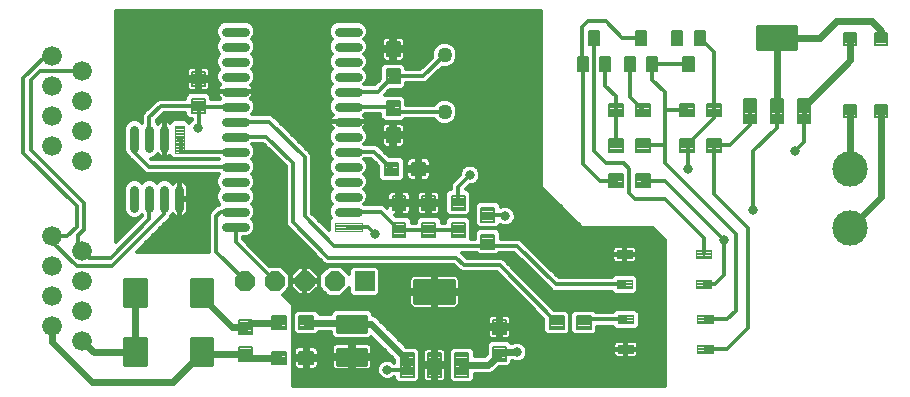
<source format=gtl>
G75*
%MOIN*%
%OFA0B0*%
%FSLAX25Y25*%
%IPPOS*%
%LPD*%
%AMOC8*
5,1,8,0,0,1.08239X$1,22.5*
%
%ADD10R,0.06600X0.06600*%
%ADD11OC8,0.06600*%
%ADD12C,0.01181*%
%ADD13C,0.05000*%
%ADD14C,0.00750*%
%ADD15C,0.00945*%
%ADD16C,0.06600*%
%ADD17C,0.01275*%
%ADD18C,0.00472*%
%ADD19C,0.03150*%
%ADD20C,0.00591*%
%ADD21C,0.11811*%
%ADD22C,0.00720*%
%ADD23C,0.01299*%
%ADD24C,0.00709*%
%ADD25C,0.01200*%
%ADD26C,0.03150*%
%ADD27C,0.02362*%
D10*
X0161155Y0058146D03*
D11*
X0151155Y0058146D03*
X0141155Y0058146D03*
X0131155Y0058146D03*
X0121155Y0058146D03*
D12*
X0121155Y0058461D01*
X0111628Y0067988D01*
X0111628Y0079799D01*
X0113210Y0081382D01*
X0118161Y0081382D01*
X0118161Y0076382D02*
X0118161Y0071140D01*
X0131155Y0058146D01*
X0149029Y0066020D02*
X0191773Y0066020D01*
X0194305Y0063488D01*
X0206116Y0063488D01*
X0225238Y0044366D01*
X0234238Y0044366D02*
X0235143Y0045429D01*
X0248242Y0045429D01*
X0247848Y0057083D02*
X0224895Y0057083D01*
X0212021Y0069957D01*
X0202179Y0069957D01*
X0200773Y0071362D01*
X0202179Y0071362D01*
X0202179Y0069957D02*
X0150998Y0069957D01*
X0141155Y0079799D01*
X0141155Y0099484D01*
X0129257Y0111382D01*
X0118161Y0111382D01*
X0118161Y0106382D02*
X0128352Y0106382D01*
X0137218Y0097516D01*
X0137218Y0077831D01*
X0149029Y0066020D01*
X0162289Y0076382D02*
X0164777Y0073894D01*
X0162289Y0076382D02*
X0155661Y0076382D01*
X0155661Y0081382D02*
X0166569Y0081382D01*
X0172651Y0075299D01*
X0182494Y0075299D01*
X0192336Y0075299D01*
X0202179Y0080362D02*
X0207521Y0080362D01*
X0208084Y0079799D01*
X0192336Y0084299D02*
X0192336Y0089642D01*
X0196273Y0093579D01*
X0170120Y0095547D02*
X0164285Y0101382D01*
X0155661Y0101382D01*
X0170096Y0116382D02*
X0170683Y0115795D01*
X0170096Y0116382D02*
X0155661Y0116382D01*
X0155661Y0121382D02*
X0165584Y0121382D01*
X0170683Y0126480D01*
X0180698Y0126480D01*
X0187809Y0133591D01*
X0118161Y0116382D02*
X0105978Y0116382D01*
X0105978Y0109071D01*
X0105722Y0109327D01*
X0099817Y0105173D02*
X0099443Y0105547D01*
X0099817Y0105173D02*
X0099817Y0101453D01*
X0099887Y0101382D01*
X0118161Y0101382D01*
X0118161Y0096382D02*
X0089139Y0096382D01*
X0087021Y0098500D01*
X0089443Y0105547D02*
X0089443Y0112732D01*
X0093348Y0116638D01*
X0105722Y0116638D01*
X0105978Y0116382D01*
X0095880Y0113264D02*
X0094443Y0111827D01*
X0094443Y0105547D01*
X0099443Y0085547D02*
X0101943Y0085547D01*
X0103754Y0083736D01*
X0067100Y0068205D02*
X0065583Y0069721D01*
X0065583Y0072422D01*
X0081430Y0049878D02*
X0088124Y0049878D01*
X0081430Y0049878D02*
X0081430Y0058540D01*
X0088124Y0058540D01*
X0088124Y0049878D01*
X0088124Y0051058D02*
X0081430Y0051058D01*
X0081430Y0052238D02*
X0088124Y0052238D01*
X0088124Y0053418D02*
X0081430Y0053418D01*
X0081430Y0054598D02*
X0088124Y0054598D01*
X0088124Y0055778D02*
X0081430Y0055778D01*
X0081430Y0056958D02*
X0088124Y0056958D01*
X0088124Y0058138D02*
X0081430Y0058138D01*
X0103635Y0058540D02*
X0110329Y0058540D01*
X0110329Y0049878D01*
X0103635Y0049878D01*
X0103635Y0058540D01*
X0103635Y0051058D02*
X0110329Y0051058D01*
X0110329Y0052238D02*
X0103635Y0052238D01*
X0103635Y0053418D02*
X0110329Y0053418D01*
X0110329Y0054598D02*
X0103635Y0054598D01*
X0103635Y0055778D02*
X0110329Y0055778D01*
X0110329Y0056958D02*
X0103635Y0056958D01*
X0103635Y0058138D02*
X0110329Y0058138D01*
X0156509Y0044366D02*
X0156903Y0043972D01*
X0173785Y0028618D02*
X0175364Y0030197D01*
X0173785Y0028618D02*
X0168714Y0028618D01*
X0110329Y0038855D02*
X0103635Y0038855D01*
X0110329Y0038855D02*
X0110329Y0030193D01*
X0103635Y0030193D01*
X0103635Y0038855D01*
X0103635Y0031373D02*
X0110329Y0031373D01*
X0110329Y0032553D02*
X0103635Y0032553D01*
X0103635Y0033733D02*
X0110329Y0033733D01*
X0110329Y0034913D02*
X0103635Y0034913D01*
X0103635Y0036093D02*
X0110329Y0036093D01*
X0110329Y0037273D02*
X0103635Y0037273D01*
X0103635Y0038453D02*
X0110329Y0038453D01*
X0088124Y0030193D02*
X0081430Y0030193D01*
X0081430Y0038855D01*
X0088124Y0038855D01*
X0088124Y0030193D01*
X0088124Y0031373D02*
X0081430Y0031373D01*
X0081430Y0032553D02*
X0088124Y0032553D01*
X0088124Y0033733D02*
X0081430Y0033733D01*
X0081430Y0034913D02*
X0088124Y0034913D01*
X0088124Y0036093D02*
X0081430Y0036093D01*
X0081430Y0037273D02*
X0088124Y0037273D01*
X0088124Y0038453D02*
X0081430Y0038453D01*
X0253923Y0091610D02*
X0261234Y0091610D01*
X0280919Y0071925D01*
X0280919Y0060114D01*
X0277887Y0057083D01*
X0274226Y0057083D01*
X0284856Y0048303D02*
X0281982Y0045429D01*
X0274620Y0045429D01*
X0284856Y0048303D02*
X0284856Y0073894D01*
X0261234Y0097516D01*
X0261234Y0103421D01*
X0253923Y0103421D01*
X0255131Y0104630D01*
X0268545Y0103421D02*
X0269108Y0102858D01*
X0269108Y0095547D01*
X0268545Y0103421D02*
X0277545Y0112421D01*
X0277545Y0115232D01*
X0277545Y0134551D01*
X0272848Y0139248D01*
X0268545Y0115232D02*
X0261234Y0115232D01*
X0277545Y0103421D02*
X0282887Y0103421D01*
X0289537Y0110071D01*
X0289537Y0114843D01*
X0298635Y0114843D02*
X0298635Y0109327D01*
X0290761Y0101453D01*
X0290761Y0081768D01*
X0288793Y0075862D02*
X0277545Y0087110D01*
X0277545Y0103421D01*
X0304541Y0101453D02*
X0307734Y0104646D01*
X0307734Y0114843D01*
X0288793Y0075862D02*
X0288793Y0042398D01*
X0281824Y0035429D01*
X0274620Y0035429D01*
D13*
X0187809Y0114591D03*
X0187809Y0133591D03*
D14*
X0172808Y0137805D02*
X0168558Y0137805D01*
X0172808Y0137805D02*
X0172808Y0133155D01*
X0168558Y0133155D01*
X0168558Y0137805D01*
X0168558Y0133904D02*
X0172808Y0133904D01*
X0172808Y0134653D02*
X0168558Y0134653D01*
X0168558Y0135402D02*
X0172808Y0135402D01*
X0172808Y0136151D02*
X0168558Y0136151D01*
X0168558Y0136900D02*
X0172808Y0136900D01*
X0172808Y0137649D02*
X0168558Y0137649D01*
X0168558Y0128805D02*
X0172808Y0128805D01*
X0172808Y0124155D01*
X0168558Y0124155D01*
X0168558Y0128805D01*
X0168558Y0124904D02*
X0172808Y0124904D01*
X0172808Y0125653D02*
X0168558Y0125653D01*
X0168558Y0126402D02*
X0172808Y0126402D01*
X0172808Y0127151D02*
X0168558Y0127151D01*
X0168558Y0127900D02*
X0172808Y0127900D01*
X0172808Y0128649D02*
X0168558Y0128649D01*
X0168558Y0113470D02*
X0172808Y0113470D01*
X0168558Y0113470D02*
X0168558Y0118120D01*
X0172808Y0118120D01*
X0172808Y0113470D01*
X0172808Y0114219D02*
X0168558Y0114219D01*
X0168558Y0114968D02*
X0172808Y0114968D01*
X0172808Y0115717D02*
X0168558Y0115717D01*
X0168558Y0116466D02*
X0172808Y0116466D01*
X0172808Y0117215D02*
X0168558Y0117215D01*
X0168558Y0117964D02*
X0172808Y0117964D01*
X0172808Y0104470D02*
X0168558Y0104470D01*
X0168558Y0109120D01*
X0172808Y0109120D01*
X0172808Y0104470D01*
X0172808Y0105219D02*
X0168558Y0105219D01*
X0168558Y0105968D02*
X0172808Y0105968D01*
X0172808Y0106717D02*
X0168558Y0106717D01*
X0168558Y0107466D02*
X0172808Y0107466D01*
X0172808Y0108215D02*
X0168558Y0108215D01*
X0168558Y0108964D02*
X0172808Y0108964D01*
X0172445Y0097672D02*
X0172445Y0093422D01*
X0167795Y0093422D01*
X0167795Y0097672D01*
X0172445Y0097672D01*
X0172445Y0094171D02*
X0167795Y0094171D01*
X0167795Y0094920D02*
X0172445Y0094920D01*
X0172445Y0095669D02*
X0167795Y0095669D01*
X0167795Y0096418D02*
X0172445Y0096418D01*
X0172445Y0097167D02*
X0167795Y0097167D01*
X0181445Y0097672D02*
X0181445Y0093422D01*
X0176795Y0093422D01*
X0176795Y0097672D01*
X0181445Y0097672D01*
X0181445Y0094171D02*
X0176795Y0094171D01*
X0176795Y0094920D02*
X0181445Y0094920D01*
X0181445Y0095669D02*
X0176795Y0095669D01*
X0176795Y0096418D02*
X0181445Y0096418D01*
X0181445Y0097167D02*
X0176795Y0097167D01*
X0174776Y0081974D02*
X0170526Y0081974D01*
X0170526Y0086624D01*
X0174776Y0086624D01*
X0174776Y0081974D01*
X0174776Y0082723D02*
X0170526Y0082723D01*
X0170526Y0083472D02*
X0174776Y0083472D01*
X0174776Y0084221D02*
X0170526Y0084221D01*
X0170526Y0084970D02*
X0174776Y0084970D01*
X0174776Y0085719D02*
X0170526Y0085719D01*
X0170526Y0086468D02*
X0174776Y0086468D01*
X0180369Y0086624D02*
X0184619Y0086624D01*
X0184619Y0081974D01*
X0180369Y0081974D01*
X0180369Y0086624D01*
X0180369Y0082723D02*
X0184619Y0082723D01*
X0184619Y0083472D02*
X0180369Y0083472D01*
X0180369Y0084221D02*
X0184619Y0084221D01*
X0184619Y0084970D02*
X0180369Y0084970D01*
X0180369Y0085719D02*
X0184619Y0085719D01*
X0184619Y0086468D02*
X0180369Y0086468D01*
X0190211Y0081974D02*
X0194461Y0081974D01*
X0190211Y0081974D02*
X0190211Y0086624D01*
X0194461Y0086624D01*
X0194461Y0081974D01*
X0194461Y0082723D02*
X0190211Y0082723D01*
X0190211Y0083472D02*
X0194461Y0083472D01*
X0194461Y0084221D02*
X0190211Y0084221D01*
X0190211Y0084970D02*
X0194461Y0084970D01*
X0194461Y0085719D02*
X0190211Y0085719D01*
X0190211Y0086468D02*
X0194461Y0086468D01*
X0200054Y0078037D02*
X0204304Y0078037D01*
X0200054Y0078037D02*
X0200054Y0082687D01*
X0204304Y0082687D01*
X0204304Y0078037D01*
X0204304Y0078786D02*
X0200054Y0078786D01*
X0200054Y0079535D02*
X0204304Y0079535D01*
X0204304Y0080284D02*
X0200054Y0080284D01*
X0200054Y0081033D02*
X0204304Y0081033D01*
X0204304Y0081782D02*
X0200054Y0081782D01*
X0200054Y0082531D02*
X0204304Y0082531D01*
X0194461Y0072974D02*
X0190211Y0072974D01*
X0190211Y0077624D01*
X0194461Y0077624D01*
X0194461Y0072974D01*
X0194461Y0073723D02*
X0190211Y0073723D01*
X0190211Y0074472D02*
X0194461Y0074472D01*
X0194461Y0075221D02*
X0190211Y0075221D01*
X0190211Y0075970D02*
X0194461Y0075970D01*
X0194461Y0076719D02*
X0190211Y0076719D01*
X0190211Y0077468D02*
X0194461Y0077468D01*
X0184619Y0077624D02*
X0180369Y0077624D01*
X0184619Y0077624D02*
X0184619Y0072974D01*
X0180369Y0072974D01*
X0180369Y0077624D01*
X0180369Y0073723D02*
X0184619Y0073723D01*
X0184619Y0074472D02*
X0180369Y0074472D01*
X0180369Y0075221D02*
X0184619Y0075221D01*
X0184619Y0075970D02*
X0180369Y0075970D01*
X0180369Y0076719D02*
X0184619Y0076719D01*
X0184619Y0077468D02*
X0180369Y0077468D01*
X0174776Y0072974D02*
X0170526Y0072974D01*
X0170526Y0077624D01*
X0174776Y0077624D01*
X0174776Y0072974D01*
X0174776Y0073723D02*
X0170526Y0073723D01*
X0170526Y0074472D02*
X0174776Y0074472D01*
X0174776Y0075221D02*
X0170526Y0075221D01*
X0170526Y0075970D02*
X0174776Y0075970D01*
X0174776Y0076719D02*
X0170526Y0076719D01*
X0170526Y0077468D02*
X0174776Y0077468D01*
X0200054Y0069037D02*
X0204304Y0069037D01*
X0200054Y0069037D02*
X0200054Y0073687D01*
X0204304Y0073687D01*
X0204304Y0069037D01*
X0204304Y0069786D02*
X0200054Y0069786D01*
X0200054Y0070535D02*
X0204304Y0070535D01*
X0204304Y0071284D02*
X0200054Y0071284D01*
X0200054Y0072033D02*
X0204304Y0072033D01*
X0204304Y0072782D02*
X0200054Y0072782D01*
X0200054Y0073531D02*
X0204304Y0073531D01*
X0247248Y0089485D02*
X0247248Y0093735D01*
X0247248Y0089485D02*
X0242598Y0089485D01*
X0242598Y0093735D01*
X0247248Y0093735D01*
X0247248Y0090234D02*
X0242598Y0090234D01*
X0242598Y0090983D02*
X0247248Y0090983D01*
X0247248Y0091732D02*
X0242598Y0091732D01*
X0242598Y0092481D02*
X0247248Y0092481D01*
X0247248Y0093230D02*
X0242598Y0093230D01*
X0256248Y0093735D02*
X0256248Y0089485D01*
X0251598Y0089485D01*
X0251598Y0093735D01*
X0256248Y0093735D01*
X0256248Y0090234D02*
X0251598Y0090234D01*
X0251598Y0090983D02*
X0256248Y0090983D01*
X0256248Y0091732D02*
X0251598Y0091732D01*
X0251598Y0092481D02*
X0256248Y0092481D01*
X0256248Y0093230D02*
X0251598Y0093230D01*
X0251598Y0101296D02*
X0251598Y0105546D01*
X0256248Y0105546D01*
X0256248Y0101296D01*
X0251598Y0101296D01*
X0251598Y0102045D02*
X0256248Y0102045D01*
X0256248Y0102794D02*
X0251598Y0102794D01*
X0251598Y0103543D02*
X0256248Y0103543D01*
X0256248Y0104292D02*
X0251598Y0104292D01*
X0251598Y0105041D02*
X0256248Y0105041D01*
X0242598Y0105546D02*
X0242598Y0101296D01*
X0242598Y0105546D02*
X0247248Y0105546D01*
X0247248Y0101296D01*
X0242598Y0101296D01*
X0242598Y0102045D02*
X0247248Y0102045D01*
X0247248Y0102794D02*
X0242598Y0102794D01*
X0242598Y0103543D02*
X0247248Y0103543D01*
X0247248Y0104292D02*
X0242598Y0104292D01*
X0242598Y0105041D02*
X0247248Y0105041D01*
X0270870Y0105546D02*
X0270870Y0101296D01*
X0266220Y0101296D01*
X0266220Y0105546D01*
X0270870Y0105546D01*
X0270870Y0102045D02*
X0266220Y0102045D01*
X0266220Y0102794D02*
X0270870Y0102794D01*
X0270870Y0103543D02*
X0266220Y0103543D01*
X0266220Y0104292D02*
X0270870Y0104292D01*
X0270870Y0105041D02*
X0266220Y0105041D01*
X0279870Y0105546D02*
X0279870Y0101296D01*
X0275220Y0101296D01*
X0275220Y0105546D01*
X0279870Y0105546D01*
X0279870Y0102045D02*
X0275220Y0102045D01*
X0275220Y0102794D02*
X0279870Y0102794D01*
X0279870Y0103543D02*
X0275220Y0103543D01*
X0275220Y0104292D02*
X0279870Y0104292D01*
X0279870Y0105041D02*
X0275220Y0105041D01*
X0279870Y0113107D02*
X0279870Y0117357D01*
X0279870Y0113107D02*
X0275220Y0113107D01*
X0275220Y0117357D01*
X0279870Y0117357D01*
X0279870Y0113856D02*
X0275220Y0113856D01*
X0275220Y0114605D02*
X0279870Y0114605D01*
X0279870Y0115354D02*
X0275220Y0115354D01*
X0275220Y0116103D02*
X0279870Y0116103D01*
X0279870Y0116852D02*
X0275220Y0116852D01*
X0270870Y0117357D02*
X0270870Y0113107D01*
X0266220Y0113107D01*
X0266220Y0117357D01*
X0270870Y0117357D01*
X0270870Y0113856D02*
X0266220Y0113856D01*
X0266220Y0114605D02*
X0270870Y0114605D01*
X0270870Y0115354D02*
X0266220Y0115354D01*
X0266220Y0116103D02*
X0270870Y0116103D01*
X0270870Y0116852D02*
X0266220Y0116852D01*
X0256248Y0117357D02*
X0256248Y0113107D01*
X0251598Y0113107D01*
X0251598Y0117357D01*
X0256248Y0117357D01*
X0256248Y0113856D02*
X0251598Y0113856D01*
X0251598Y0114605D02*
X0256248Y0114605D01*
X0256248Y0115354D02*
X0251598Y0115354D01*
X0251598Y0116103D02*
X0256248Y0116103D01*
X0256248Y0116852D02*
X0251598Y0116852D01*
X0247248Y0117357D02*
X0247248Y0113107D01*
X0242598Y0113107D01*
X0242598Y0117357D01*
X0247248Y0117357D01*
X0247248Y0113856D02*
X0242598Y0113856D01*
X0242598Y0114605D02*
X0247248Y0114605D01*
X0247248Y0115354D02*
X0242598Y0115354D01*
X0242598Y0116103D02*
X0247248Y0116103D01*
X0247248Y0116852D02*
X0242598Y0116852D01*
X0107847Y0118963D02*
X0103597Y0118963D01*
X0107847Y0118963D02*
X0107847Y0114313D01*
X0103597Y0114313D01*
X0103597Y0118963D01*
X0103597Y0115062D02*
X0107847Y0115062D01*
X0107847Y0115811D02*
X0103597Y0115811D01*
X0103597Y0116560D02*
X0107847Y0116560D01*
X0107847Y0117309D02*
X0103597Y0117309D01*
X0103597Y0118058D02*
X0107847Y0118058D01*
X0107847Y0118807D02*
X0103597Y0118807D01*
X0103597Y0127963D02*
X0107847Y0127963D01*
X0107847Y0123313D01*
X0103597Y0123313D01*
X0103597Y0127963D01*
X0103597Y0124062D02*
X0107847Y0124062D01*
X0107847Y0124811D02*
X0103597Y0124811D01*
X0103597Y0125560D02*
X0107847Y0125560D01*
X0107847Y0126309D02*
X0103597Y0126309D01*
X0103597Y0127058D02*
X0107847Y0127058D01*
X0107847Y0127807D02*
X0103597Y0127807D01*
X0130393Y0046491D02*
X0130393Y0042241D01*
X0130393Y0046491D02*
X0135043Y0046491D01*
X0135043Y0042241D01*
X0130393Y0042241D01*
X0130393Y0042990D02*
X0135043Y0042990D01*
X0135043Y0043739D02*
X0130393Y0043739D01*
X0130393Y0044488D02*
X0135043Y0044488D01*
X0135043Y0045237D02*
X0130393Y0045237D01*
X0130393Y0045986D02*
X0135043Y0045986D01*
X0139393Y0046491D02*
X0139393Y0042241D01*
X0139393Y0046491D02*
X0144043Y0046491D01*
X0144043Y0042241D01*
X0139393Y0042241D01*
X0139393Y0042990D02*
X0144043Y0042990D01*
X0144043Y0043739D02*
X0139393Y0043739D01*
X0139393Y0044488D02*
X0144043Y0044488D01*
X0144043Y0045237D02*
X0139393Y0045237D01*
X0139393Y0045986D02*
X0144043Y0045986D01*
X0123595Y0040636D02*
X0119345Y0040636D01*
X0119345Y0045286D01*
X0123595Y0045286D01*
X0123595Y0040636D01*
X0123595Y0041385D02*
X0119345Y0041385D01*
X0119345Y0042134D02*
X0123595Y0042134D01*
X0123595Y0042883D02*
X0119345Y0042883D01*
X0119345Y0043632D02*
X0123595Y0043632D01*
X0123595Y0044381D02*
X0119345Y0044381D01*
X0119345Y0045130D02*
X0123595Y0045130D01*
X0123595Y0031636D02*
X0119345Y0031636D01*
X0119345Y0036286D01*
X0123595Y0036286D01*
X0123595Y0031636D01*
X0123595Y0032385D02*
X0119345Y0032385D01*
X0119345Y0033134D02*
X0123595Y0033134D01*
X0123595Y0033883D02*
X0119345Y0033883D01*
X0119345Y0034632D02*
X0123595Y0034632D01*
X0123595Y0035381D02*
X0119345Y0035381D01*
X0119345Y0036130D02*
X0123595Y0036130D01*
X0130393Y0034680D02*
X0130393Y0030430D01*
X0130393Y0034680D02*
X0135043Y0034680D01*
X0135043Y0030430D01*
X0130393Y0030430D01*
X0130393Y0031179D02*
X0135043Y0031179D01*
X0135043Y0031928D02*
X0130393Y0031928D01*
X0130393Y0032677D02*
X0135043Y0032677D01*
X0135043Y0033426D02*
X0130393Y0033426D01*
X0130393Y0034175D02*
X0135043Y0034175D01*
X0139393Y0034680D02*
X0139393Y0030430D01*
X0139393Y0034680D02*
X0144043Y0034680D01*
X0144043Y0030430D01*
X0139393Y0030430D01*
X0139393Y0031179D02*
X0144043Y0031179D01*
X0144043Y0031928D02*
X0139393Y0031928D01*
X0139393Y0032677D02*
X0144043Y0032677D01*
X0144043Y0033426D02*
X0139393Y0033426D01*
X0139393Y0034175D02*
X0144043Y0034175D01*
X0173239Y0026322D02*
X0177489Y0026322D01*
X0173239Y0026322D02*
X0173239Y0034072D01*
X0177489Y0034072D01*
X0177489Y0026322D01*
X0177489Y0027071D02*
X0173239Y0027071D01*
X0173239Y0027820D02*
X0177489Y0027820D01*
X0177489Y0028569D02*
X0173239Y0028569D01*
X0173239Y0029318D02*
X0177489Y0029318D01*
X0177489Y0030067D02*
X0173239Y0030067D01*
X0173239Y0030816D02*
X0177489Y0030816D01*
X0177489Y0031565D02*
X0173239Y0031565D01*
X0173239Y0032314D02*
X0177489Y0032314D01*
X0177489Y0033063D02*
X0173239Y0033063D01*
X0173239Y0033812D02*
X0177489Y0033812D01*
X0182337Y0026322D02*
X0186587Y0026322D01*
X0182337Y0026322D02*
X0182337Y0034072D01*
X0186587Y0034072D01*
X0186587Y0026322D01*
X0186587Y0027071D02*
X0182337Y0027071D01*
X0182337Y0027820D02*
X0186587Y0027820D01*
X0186587Y0028569D02*
X0182337Y0028569D01*
X0182337Y0029318D02*
X0186587Y0029318D01*
X0186587Y0030067D02*
X0182337Y0030067D01*
X0182337Y0030816D02*
X0186587Y0030816D01*
X0186587Y0031565D02*
X0182337Y0031565D01*
X0182337Y0032314D02*
X0186587Y0032314D01*
X0186587Y0033063D02*
X0182337Y0033063D01*
X0182337Y0033812D02*
X0186587Y0033812D01*
X0191436Y0026322D02*
X0195686Y0026322D01*
X0191436Y0026322D02*
X0191436Y0034072D01*
X0195686Y0034072D01*
X0195686Y0026322D01*
X0195686Y0027071D02*
X0191436Y0027071D01*
X0191436Y0027820D02*
X0195686Y0027820D01*
X0195686Y0028569D02*
X0191436Y0028569D01*
X0191436Y0029318D02*
X0195686Y0029318D01*
X0195686Y0030067D02*
X0191436Y0030067D01*
X0191436Y0030816D02*
X0195686Y0030816D01*
X0195686Y0031565D02*
X0191436Y0031565D01*
X0191436Y0032314D02*
X0195686Y0032314D01*
X0195686Y0033063D02*
X0191436Y0033063D01*
X0191436Y0033812D02*
X0195686Y0033812D01*
X0203991Y0036286D02*
X0208241Y0036286D01*
X0208241Y0031636D01*
X0203991Y0031636D01*
X0203991Y0036286D01*
X0203991Y0032385D02*
X0208241Y0032385D01*
X0208241Y0033134D02*
X0203991Y0033134D01*
X0203991Y0033883D02*
X0208241Y0033883D01*
X0208241Y0034632D02*
X0203991Y0034632D01*
X0203991Y0035381D02*
X0208241Y0035381D01*
X0208241Y0036130D02*
X0203991Y0036130D01*
X0203991Y0045286D02*
X0208241Y0045286D01*
X0208241Y0040636D01*
X0203991Y0040636D01*
X0203991Y0045286D01*
X0203991Y0041385D02*
X0208241Y0041385D01*
X0208241Y0042134D02*
X0203991Y0042134D01*
X0203991Y0042883D02*
X0208241Y0042883D01*
X0208241Y0043632D02*
X0203991Y0043632D01*
X0203991Y0044381D02*
X0208241Y0044381D01*
X0208241Y0045130D02*
X0203991Y0045130D01*
X0227563Y0046491D02*
X0227563Y0042241D01*
X0222913Y0042241D01*
X0222913Y0046491D01*
X0227563Y0046491D01*
X0227563Y0042990D02*
X0222913Y0042990D01*
X0222913Y0043739D02*
X0227563Y0043739D01*
X0227563Y0044488D02*
X0222913Y0044488D01*
X0222913Y0045237D02*
X0227563Y0045237D01*
X0227563Y0045986D02*
X0222913Y0045986D01*
X0236563Y0046491D02*
X0236563Y0042241D01*
X0231913Y0042241D01*
X0231913Y0046491D01*
X0236563Y0046491D01*
X0236563Y0042990D02*
X0231913Y0042990D01*
X0231913Y0043739D02*
X0236563Y0043739D01*
X0236563Y0044488D02*
X0231913Y0044488D01*
X0231913Y0045237D02*
X0236563Y0045237D01*
X0236563Y0045986D02*
X0231913Y0045986D01*
D15*
X0152060Y0046649D02*
X0152060Y0041295D01*
X0152060Y0046649D02*
X0161746Y0046649D01*
X0161746Y0041295D01*
X0152060Y0041295D01*
X0152060Y0042239D02*
X0161746Y0042239D01*
X0161746Y0043183D02*
X0152060Y0043183D01*
X0152060Y0044127D02*
X0161746Y0044127D01*
X0161746Y0045071D02*
X0152060Y0045071D01*
X0152060Y0046015D02*
X0161746Y0046015D01*
X0152060Y0035626D02*
X0152060Y0030272D01*
X0152060Y0035626D02*
X0161746Y0035626D01*
X0161746Y0030272D01*
X0152060Y0030272D01*
X0152060Y0031216D02*
X0161746Y0031216D01*
X0161746Y0032160D02*
X0152060Y0032160D01*
X0152060Y0033104D02*
X0161746Y0033104D01*
X0161746Y0034048D02*
X0152060Y0034048D01*
X0152060Y0034992D02*
X0161746Y0034992D01*
D16*
X0067100Y0038205D03*
X0057100Y0043205D03*
X0067100Y0048205D03*
X0057100Y0053205D03*
X0067100Y0058205D03*
X0057100Y0063205D03*
X0067100Y0068205D03*
X0057100Y0073205D03*
X0067100Y0098205D03*
X0057100Y0103205D03*
X0067100Y0108205D03*
X0057100Y0113205D03*
X0067100Y0118205D03*
X0057100Y0123205D03*
X0067100Y0128205D03*
X0057100Y0133205D03*
D17*
X0178099Y0050985D02*
X0190825Y0050985D01*
X0178099Y0050985D02*
X0178099Y0058211D01*
X0190825Y0058211D01*
X0190825Y0050985D01*
X0190825Y0052259D02*
X0178099Y0052259D01*
X0178099Y0053533D02*
X0190825Y0053533D01*
X0190825Y0054807D02*
X0178099Y0054807D01*
X0178099Y0056081D02*
X0190825Y0056081D01*
X0190825Y0057355D02*
X0178099Y0057355D01*
D18*
X0160149Y0077721D02*
X0151173Y0077721D01*
X0160149Y0077721D02*
X0160149Y0075043D01*
X0151173Y0075043D01*
X0151173Y0077721D01*
X0151173Y0075514D02*
X0160149Y0075514D01*
X0160149Y0075985D02*
X0151173Y0075985D01*
X0151173Y0076456D02*
X0160149Y0076456D01*
X0160149Y0076927D02*
X0151173Y0076927D01*
X0151173Y0077398D02*
X0160149Y0077398D01*
X0098104Y0101059D02*
X0098104Y0110035D01*
X0100782Y0110035D01*
X0100782Y0101059D01*
X0098104Y0101059D01*
X0098104Y0101530D02*
X0100782Y0101530D01*
X0100782Y0102001D02*
X0098104Y0102001D01*
X0098104Y0102472D02*
X0100782Y0102472D01*
X0100782Y0102943D02*
X0098104Y0102943D01*
X0098104Y0103414D02*
X0100782Y0103414D01*
X0100782Y0103885D02*
X0098104Y0103885D01*
X0098104Y0104356D02*
X0100782Y0104356D01*
X0100782Y0104827D02*
X0098104Y0104827D01*
X0098104Y0105298D02*
X0100782Y0105298D01*
X0100782Y0105769D02*
X0098104Y0105769D01*
X0098104Y0106240D02*
X0100782Y0106240D01*
X0100782Y0106711D02*
X0098104Y0106711D01*
X0098104Y0107182D02*
X0100782Y0107182D01*
X0100782Y0107653D02*
X0098104Y0107653D01*
X0098104Y0108124D02*
X0100782Y0108124D01*
X0100782Y0108595D02*
X0098104Y0108595D01*
X0098104Y0109066D02*
X0100782Y0109066D01*
X0100782Y0109537D02*
X0098104Y0109537D01*
X0098104Y0110008D02*
X0100782Y0110008D01*
X0245328Y0068422D02*
X0250368Y0068422D01*
X0250368Y0065744D01*
X0245328Y0065744D01*
X0245328Y0068422D01*
X0245328Y0066215D02*
X0250368Y0066215D01*
X0250368Y0066686D02*
X0245328Y0066686D01*
X0245328Y0067157D02*
X0250368Y0067157D01*
X0250368Y0067628D02*
X0245328Y0067628D01*
X0245328Y0068099D02*
X0250368Y0068099D01*
X0271706Y0068422D02*
X0276746Y0068422D01*
X0276746Y0065744D01*
X0271706Y0065744D01*
X0271706Y0068422D01*
X0271706Y0066215D02*
X0276746Y0066215D01*
X0276746Y0066686D02*
X0271706Y0066686D01*
X0271706Y0067157D02*
X0276746Y0067157D01*
X0276746Y0067628D02*
X0271706Y0067628D01*
X0271706Y0068099D02*
X0276746Y0068099D01*
X0276746Y0058422D02*
X0271706Y0058422D01*
X0276746Y0058422D02*
X0276746Y0055744D01*
X0271706Y0055744D01*
X0271706Y0058422D01*
X0271706Y0056215D02*
X0276746Y0056215D01*
X0276746Y0056686D02*
X0271706Y0056686D01*
X0271706Y0057157D02*
X0276746Y0057157D01*
X0276746Y0057628D02*
X0271706Y0057628D01*
X0271706Y0058099D02*
X0276746Y0058099D01*
X0277140Y0044090D02*
X0272100Y0044090D01*
X0272100Y0046768D01*
X0277140Y0046768D01*
X0277140Y0044090D01*
X0277140Y0044561D02*
X0272100Y0044561D01*
X0272100Y0045032D02*
X0277140Y0045032D01*
X0277140Y0045503D02*
X0272100Y0045503D01*
X0272100Y0045974D02*
X0277140Y0045974D01*
X0277140Y0046445D02*
X0272100Y0046445D01*
X0250762Y0044090D02*
X0245722Y0044090D01*
X0245722Y0046768D01*
X0250762Y0046768D01*
X0250762Y0044090D01*
X0250762Y0044561D02*
X0245722Y0044561D01*
X0245722Y0045032D02*
X0250762Y0045032D01*
X0250762Y0045503D02*
X0245722Y0045503D01*
X0245722Y0045974D02*
X0250762Y0045974D01*
X0250762Y0046445D02*
X0245722Y0046445D01*
X0245328Y0058422D02*
X0250368Y0058422D01*
X0250368Y0055744D01*
X0245328Y0055744D01*
X0245328Y0058422D01*
X0245328Y0056215D02*
X0250368Y0056215D01*
X0250368Y0056686D02*
X0245328Y0056686D01*
X0245328Y0057157D02*
X0250368Y0057157D01*
X0250368Y0057628D02*
X0245328Y0057628D01*
X0245328Y0058099D02*
X0250368Y0058099D01*
X0250762Y0034090D02*
X0245722Y0034090D01*
X0245722Y0036768D01*
X0250762Y0036768D01*
X0250762Y0034090D01*
X0250762Y0034561D02*
X0245722Y0034561D01*
X0245722Y0035032D02*
X0250762Y0035032D01*
X0250762Y0035503D02*
X0245722Y0035503D01*
X0245722Y0035974D02*
X0250762Y0035974D01*
X0250762Y0036445D02*
X0245722Y0036445D01*
X0272100Y0034090D02*
X0277140Y0034090D01*
X0272100Y0034090D02*
X0272100Y0036768D01*
X0277140Y0036768D01*
X0277140Y0034090D01*
X0277140Y0034561D02*
X0272100Y0034561D01*
X0272100Y0035032D02*
X0277140Y0035032D01*
X0277140Y0035503D02*
X0272100Y0035503D01*
X0272100Y0035974D02*
X0277140Y0035974D01*
X0277140Y0036445D02*
X0272100Y0036445D01*
D19*
X0158810Y0081382D02*
X0152512Y0081382D01*
X0152512Y0086382D02*
X0158810Y0086382D01*
X0158810Y0091382D02*
X0152512Y0091382D01*
X0152512Y0096382D02*
X0158810Y0096382D01*
X0158810Y0101382D02*
X0152512Y0101382D01*
X0152512Y0106382D02*
X0158810Y0106382D01*
X0158810Y0111382D02*
X0152512Y0111382D01*
X0152512Y0116382D02*
X0158810Y0116382D01*
X0158810Y0121382D02*
X0152512Y0121382D01*
X0152512Y0126382D02*
X0158810Y0126382D01*
X0158810Y0131382D02*
X0152512Y0131382D01*
X0152512Y0136382D02*
X0158810Y0136382D01*
X0158810Y0141382D02*
X0152512Y0141382D01*
X0121310Y0141382D02*
X0115012Y0141382D01*
X0115012Y0136382D02*
X0121310Y0136382D01*
X0121310Y0131382D02*
X0115012Y0131382D01*
X0115012Y0126382D02*
X0121310Y0126382D01*
X0121310Y0121382D02*
X0115012Y0121382D01*
X0115012Y0116382D02*
X0121310Y0116382D01*
X0121310Y0111382D02*
X0115012Y0111382D01*
X0115012Y0106382D02*
X0121310Y0106382D01*
X0121310Y0101382D02*
X0115012Y0101382D01*
X0115012Y0096382D02*
X0121310Y0096382D01*
X0121310Y0091382D02*
X0115012Y0091382D01*
X0115012Y0086382D02*
X0121310Y0086382D01*
X0121310Y0081382D02*
X0115012Y0081382D01*
X0115012Y0076382D02*
X0121310Y0076382D01*
X0099443Y0082398D02*
X0099443Y0088696D01*
X0094443Y0088696D02*
X0094443Y0082398D01*
X0089443Y0082398D02*
X0089443Y0088696D01*
X0084443Y0088696D02*
X0084443Y0082398D01*
X0084443Y0102398D02*
X0084443Y0108696D01*
X0089443Y0108696D02*
X0089443Y0102398D01*
X0094443Y0102398D02*
X0094443Y0108696D01*
D20*
X0232199Y0128126D02*
X0235545Y0128126D01*
X0232199Y0128126D02*
X0232199Y0133048D01*
X0235545Y0133048D01*
X0235545Y0128126D01*
X0235545Y0128716D02*
X0232199Y0128716D01*
X0232199Y0129306D02*
X0235545Y0129306D01*
X0235545Y0129896D02*
X0232199Y0129896D01*
X0232199Y0130486D02*
X0235545Y0130486D01*
X0235545Y0131076D02*
X0232199Y0131076D01*
X0232199Y0131666D02*
X0235545Y0131666D01*
X0235545Y0132256D02*
X0232199Y0132256D01*
X0232199Y0132846D02*
X0235545Y0132846D01*
X0239679Y0128126D02*
X0243025Y0128126D01*
X0239679Y0128126D02*
X0239679Y0133048D01*
X0243025Y0133048D01*
X0243025Y0128126D01*
X0243025Y0128716D02*
X0239679Y0128716D01*
X0239679Y0129306D02*
X0243025Y0129306D01*
X0243025Y0129896D02*
X0239679Y0129896D01*
X0239679Y0130486D02*
X0243025Y0130486D01*
X0243025Y0131076D02*
X0239679Y0131076D01*
X0239679Y0131666D02*
X0243025Y0131666D01*
X0243025Y0132256D02*
X0239679Y0132256D01*
X0239679Y0132846D02*
X0243025Y0132846D01*
X0247947Y0128126D02*
X0251293Y0128126D01*
X0247947Y0128126D02*
X0247947Y0133048D01*
X0251293Y0133048D01*
X0251293Y0128126D01*
X0251293Y0128716D02*
X0247947Y0128716D01*
X0247947Y0129306D02*
X0251293Y0129306D01*
X0251293Y0129896D02*
X0247947Y0129896D01*
X0247947Y0130486D02*
X0251293Y0130486D01*
X0251293Y0131076D02*
X0247947Y0131076D01*
X0247947Y0131666D02*
X0251293Y0131666D01*
X0251293Y0132256D02*
X0247947Y0132256D01*
X0247947Y0132846D02*
X0251293Y0132846D01*
X0255427Y0128126D02*
X0258773Y0128126D01*
X0255427Y0128126D02*
X0255427Y0133048D01*
X0258773Y0133048D01*
X0258773Y0128126D01*
X0258773Y0128716D02*
X0255427Y0128716D01*
X0255427Y0129306D02*
X0258773Y0129306D01*
X0258773Y0129896D02*
X0255427Y0129896D01*
X0255427Y0130486D02*
X0258773Y0130486D01*
X0258773Y0131076D02*
X0255427Y0131076D01*
X0255427Y0131666D02*
X0258773Y0131666D01*
X0258773Y0132256D02*
X0255427Y0132256D01*
X0255427Y0132846D02*
X0258773Y0132846D01*
X0267435Y0133048D02*
X0270781Y0133048D01*
X0270781Y0128126D01*
X0267435Y0128126D01*
X0267435Y0133048D01*
X0267435Y0128716D02*
X0270781Y0128716D01*
X0270781Y0129306D02*
X0267435Y0129306D01*
X0267435Y0129896D02*
X0270781Y0129896D01*
X0270781Y0130486D02*
X0267435Y0130486D01*
X0267435Y0131076D02*
X0270781Y0131076D01*
X0270781Y0131666D02*
X0267435Y0131666D01*
X0267435Y0132256D02*
X0270781Y0132256D01*
X0270781Y0132846D02*
X0267435Y0132846D01*
X0267041Y0141709D02*
X0263695Y0141709D01*
X0267041Y0141709D02*
X0267041Y0136787D01*
X0263695Y0136787D01*
X0263695Y0141709D01*
X0263695Y0137377D02*
X0267041Y0137377D01*
X0267041Y0137967D02*
X0263695Y0137967D01*
X0263695Y0138557D02*
X0267041Y0138557D01*
X0267041Y0139147D02*
X0263695Y0139147D01*
X0263695Y0139737D02*
X0267041Y0139737D01*
X0267041Y0140327D02*
X0263695Y0140327D01*
X0263695Y0140917D02*
X0267041Y0140917D01*
X0267041Y0141507D02*
X0263695Y0141507D01*
X0271175Y0141709D02*
X0274521Y0141709D01*
X0274521Y0136787D01*
X0271175Y0136787D01*
X0271175Y0141709D01*
X0271175Y0137377D02*
X0274521Y0137377D01*
X0274521Y0137967D02*
X0271175Y0137967D01*
X0271175Y0138557D02*
X0274521Y0138557D01*
X0274521Y0139147D02*
X0271175Y0139147D01*
X0271175Y0139737D02*
X0274521Y0139737D01*
X0274521Y0140327D02*
X0271175Y0140327D01*
X0271175Y0140917D02*
X0274521Y0140917D01*
X0274521Y0141507D02*
X0271175Y0141507D01*
X0255033Y0136787D02*
X0251687Y0136787D01*
X0251687Y0141709D01*
X0255033Y0141709D01*
X0255033Y0136787D01*
X0255033Y0137377D02*
X0251687Y0137377D01*
X0251687Y0137967D02*
X0255033Y0137967D01*
X0255033Y0138557D02*
X0251687Y0138557D01*
X0251687Y0139147D02*
X0255033Y0139147D01*
X0255033Y0139737D02*
X0251687Y0139737D01*
X0251687Y0140327D02*
X0255033Y0140327D01*
X0255033Y0140917D02*
X0251687Y0140917D01*
X0251687Y0141507D02*
X0255033Y0141507D01*
X0239285Y0136787D02*
X0235939Y0136787D01*
X0235939Y0141709D01*
X0239285Y0141709D01*
X0239285Y0136787D01*
X0239285Y0137377D02*
X0235939Y0137377D01*
X0235939Y0137967D02*
X0239285Y0137967D01*
X0239285Y0138557D02*
X0235939Y0138557D01*
X0235939Y0139147D02*
X0239285Y0139147D01*
X0239285Y0139737D02*
X0235939Y0139737D01*
X0235939Y0140327D02*
X0239285Y0140327D01*
X0239285Y0140917D02*
X0235939Y0140917D01*
X0235939Y0141507D02*
X0239285Y0141507D01*
D21*
X0323045Y0095547D03*
X0323045Y0075862D03*
D22*
X0309773Y0110804D02*
X0305695Y0110804D01*
X0305695Y0118882D01*
X0309773Y0118882D01*
X0309773Y0110804D01*
X0309773Y0111523D02*
X0305695Y0111523D01*
X0305695Y0112242D02*
X0309773Y0112242D01*
X0309773Y0112961D02*
X0305695Y0112961D01*
X0305695Y0113680D02*
X0309773Y0113680D01*
X0309773Y0114399D02*
X0305695Y0114399D01*
X0305695Y0115118D02*
X0309773Y0115118D01*
X0309773Y0115837D02*
X0305695Y0115837D01*
X0305695Y0116556D02*
X0309773Y0116556D01*
X0309773Y0117275D02*
X0305695Y0117275D01*
X0305695Y0117994D02*
X0309773Y0117994D01*
X0309773Y0118713D02*
X0305695Y0118713D01*
X0300674Y0110804D02*
X0296596Y0110804D01*
X0296596Y0118882D01*
X0300674Y0118882D01*
X0300674Y0110804D01*
X0300674Y0111523D02*
X0296596Y0111523D01*
X0296596Y0112242D02*
X0300674Y0112242D01*
X0300674Y0112961D02*
X0296596Y0112961D01*
X0296596Y0113680D02*
X0300674Y0113680D01*
X0300674Y0114399D02*
X0296596Y0114399D01*
X0296596Y0115118D02*
X0300674Y0115118D01*
X0300674Y0115837D02*
X0296596Y0115837D01*
X0296596Y0116556D02*
X0300674Y0116556D01*
X0300674Y0117275D02*
X0296596Y0117275D01*
X0296596Y0117994D02*
X0300674Y0117994D01*
X0300674Y0118713D02*
X0296596Y0118713D01*
X0291576Y0110804D02*
X0287498Y0110804D01*
X0287498Y0118882D01*
X0291576Y0118882D01*
X0291576Y0110804D01*
X0291576Y0111523D02*
X0287498Y0111523D01*
X0287498Y0112242D02*
X0291576Y0112242D01*
X0291576Y0112961D02*
X0287498Y0112961D01*
X0287498Y0113680D02*
X0291576Y0113680D01*
X0291576Y0114399D02*
X0287498Y0114399D01*
X0287498Y0115118D02*
X0291576Y0115118D01*
X0291576Y0115837D02*
X0287498Y0115837D01*
X0287498Y0116556D02*
X0291576Y0116556D01*
X0291576Y0117275D02*
X0287498Y0117275D01*
X0287498Y0117994D02*
X0291576Y0117994D01*
X0291576Y0118713D02*
X0287498Y0118713D01*
D23*
X0292198Y0135563D02*
X0305072Y0135563D01*
X0292198Y0135563D02*
X0292198Y0142925D01*
X0305072Y0142925D01*
X0305072Y0135563D01*
X0305072Y0136861D02*
X0292198Y0136861D01*
X0292198Y0138159D02*
X0305072Y0138159D01*
X0305072Y0139457D02*
X0292198Y0139457D01*
X0292198Y0140755D02*
X0305072Y0140755D01*
X0305072Y0142053D02*
X0292198Y0142053D01*
D24*
X0321037Y0137043D02*
X0325053Y0137043D01*
X0321037Y0137043D02*
X0321037Y0141059D01*
X0325053Y0141059D01*
X0325053Y0137043D01*
X0325053Y0137751D02*
X0321037Y0137751D01*
X0321037Y0138459D02*
X0325053Y0138459D01*
X0325053Y0139167D02*
X0321037Y0139167D01*
X0321037Y0139875D02*
X0325053Y0139875D01*
X0325053Y0140583D02*
X0321037Y0140583D01*
X0331273Y0137043D02*
X0335289Y0137043D01*
X0331273Y0137043D02*
X0331273Y0141059D01*
X0335289Y0141059D01*
X0335289Y0137043D01*
X0335289Y0137751D02*
X0331273Y0137751D01*
X0331273Y0138459D02*
X0335289Y0138459D01*
X0335289Y0139167D02*
X0331273Y0139167D01*
X0331273Y0139875D02*
X0335289Y0139875D01*
X0335289Y0140583D02*
X0331273Y0140583D01*
X0331273Y0117043D02*
X0335289Y0117043D01*
X0335289Y0113027D01*
X0331273Y0113027D01*
X0331273Y0117043D01*
X0331273Y0113735D02*
X0335289Y0113735D01*
X0335289Y0114443D02*
X0331273Y0114443D01*
X0331273Y0115151D02*
X0335289Y0115151D01*
X0335289Y0115859D02*
X0331273Y0115859D01*
X0331273Y0116567D02*
X0335289Y0116567D01*
X0325053Y0117043D02*
X0321037Y0117043D01*
X0325053Y0117043D02*
X0325053Y0113027D01*
X0321037Y0113027D01*
X0321037Y0117043D01*
X0321037Y0113735D02*
X0325053Y0113735D01*
X0325053Y0114443D02*
X0321037Y0114443D01*
X0321037Y0115151D02*
X0325053Y0115151D01*
X0325053Y0115859D02*
X0321037Y0115859D01*
X0321037Y0116567D02*
X0325053Y0116567D01*
D25*
X0269108Y0130587D02*
X0257100Y0130587D01*
X0257100Y0125272D01*
X0261234Y0121138D01*
X0261234Y0115232D01*
X0261234Y0103421D01*
X0249423Y0095547D02*
X0247454Y0097516D01*
X0241549Y0097516D01*
X0237612Y0101453D01*
X0237612Y0139248D01*
X0233675Y0142791D02*
X0233675Y0132752D01*
X0233872Y0130587D01*
X0233872Y0097319D01*
X0239580Y0091610D01*
X0244923Y0091610D01*
X0249423Y0087673D02*
X0249423Y0095547D01*
X0249423Y0087673D02*
X0251391Y0085705D01*
X0261234Y0085705D01*
X0274226Y0072713D01*
X0274226Y0067083D01*
X0261234Y0067486D02*
X0251991Y0067486D01*
X0251991Y0067270D02*
X0251991Y0068635D01*
X0251881Y0069048D01*
X0251667Y0069418D01*
X0251365Y0069720D01*
X0250994Y0069934D01*
X0250581Y0070045D01*
X0248035Y0070045D01*
X0248035Y0067270D01*
X0247661Y0067270D01*
X0247661Y0070045D01*
X0245115Y0070045D01*
X0244702Y0069934D01*
X0244331Y0069720D01*
X0244029Y0069418D01*
X0243815Y0069048D01*
X0243705Y0068635D01*
X0243705Y0067270D01*
X0247661Y0067270D01*
X0247661Y0066895D01*
X0248035Y0066895D01*
X0248035Y0064120D01*
X0250581Y0064120D01*
X0250994Y0064231D01*
X0251365Y0064445D01*
X0251667Y0064747D01*
X0251881Y0065117D01*
X0251991Y0065530D01*
X0251991Y0066895D01*
X0248036Y0066895D01*
X0248036Y0067270D01*
X0251991Y0067270D01*
X0251991Y0066288D02*
X0261234Y0066288D01*
X0261234Y0065089D02*
X0251864Y0065089D01*
X0248035Y0065089D02*
X0247661Y0065089D01*
X0247661Y0064120D02*
X0245115Y0064120D01*
X0244702Y0064231D01*
X0244331Y0064445D01*
X0244029Y0064747D01*
X0243815Y0065117D01*
X0243705Y0065530D01*
X0243705Y0066895D01*
X0247661Y0066895D01*
X0247661Y0064120D01*
X0247661Y0066288D02*
X0248035Y0066288D01*
X0248035Y0067486D02*
X0247661Y0067486D01*
X0247661Y0068685D02*
X0248035Y0068685D01*
X0248035Y0069883D02*
X0247661Y0069883D01*
X0244613Y0069883D02*
X0215476Y0069883D01*
X0216674Y0068685D02*
X0243718Y0068685D01*
X0243705Y0067486D02*
X0217873Y0067486D01*
X0219071Y0066288D02*
X0243705Y0066288D01*
X0243832Y0065089D02*
X0220270Y0065089D01*
X0221468Y0063891D02*
X0261234Y0063891D01*
X0261234Y0062692D02*
X0222667Y0062692D01*
X0223865Y0061493D02*
X0261234Y0061493D01*
X0261234Y0060295D02*
X0251374Y0060295D01*
X0251211Y0060457D02*
X0252404Y0059265D01*
X0252404Y0054901D01*
X0251211Y0053708D01*
X0244485Y0053708D01*
X0243501Y0054692D01*
X0224420Y0054692D01*
X0223541Y0055056D01*
X0222869Y0055729D01*
X0222869Y0055729D01*
X0211031Y0067566D01*
X0205909Y0067566D01*
X0205205Y0066862D01*
X0199153Y0066862D01*
X0198449Y0067566D01*
X0193607Y0067566D01*
X0195295Y0065879D01*
X0206591Y0065879D01*
X0207470Y0065515D01*
X0224319Y0048666D01*
X0228464Y0048666D01*
X0229738Y0047392D01*
X0229738Y0041340D01*
X0231012Y0040066D01*
X0237464Y0040066D01*
X0238738Y0041340D01*
X0238738Y0043039D01*
X0243894Y0043039D01*
X0244879Y0042054D01*
X0251605Y0042054D01*
X0252798Y0043247D01*
X0252798Y0047611D01*
X0251605Y0048804D01*
X0244879Y0048804D01*
X0243894Y0047820D01*
X0238310Y0047820D01*
X0237464Y0048666D01*
X0231012Y0048666D01*
X0229738Y0047392D01*
X0229738Y0041340D01*
X0228464Y0040066D01*
X0222012Y0040066D01*
X0220738Y0041340D01*
X0220738Y0045485D01*
X0205126Y0061098D01*
X0193829Y0061098D01*
X0192951Y0061462D01*
X0192278Y0062134D01*
X0190783Y0063629D01*
X0148554Y0063629D01*
X0147675Y0063993D01*
X0147003Y0064666D01*
X0135191Y0076477D01*
X0134828Y0077355D01*
X0134828Y0096526D01*
X0127362Y0103991D01*
X0123693Y0103991D01*
X0123583Y0103882D01*
X0124172Y0103294D01*
X0124685Y0102053D01*
X0124685Y0100711D01*
X0124172Y0099470D01*
X0123583Y0098882D01*
X0124172Y0098294D01*
X0124685Y0097053D01*
X0124685Y0095711D01*
X0124172Y0094470D01*
X0123583Y0093882D01*
X0124172Y0093294D01*
X0124685Y0092053D01*
X0124685Y0090711D01*
X0124172Y0089470D01*
X0123583Y0088882D01*
X0124172Y0088294D01*
X0124685Y0087053D01*
X0124685Y0085711D01*
X0124172Y0084470D01*
X0123583Y0083882D01*
X0124172Y0083294D01*
X0124685Y0082053D01*
X0124685Y0080711D01*
X0124172Y0079470D01*
X0123583Y0078882D01*
X0124172Y0078294D01*
X0124685Y0077053D01*
X0124685Y0075711D01*
X0124172Y0074470D01*
X0123222Y0073521D01*
X0121982Y0073007D01*
X0120552Y0073007D01*
X0120552Y0072130D01*
X0129436Y0063246D01*
X0133268Y0063246D01*
X0136255Y0060258D01*
X0136255Y0056033D01*
X0133856Y0053634D01*
X0137218Y0050272D01*
X0137218Y0023313D01*
X0261234Y0023313D01*
X0261234Y0071925D01*
X0257297Y0075862D01*
X0233675Y0075862D01*
X0219895Y0089642D01*
X0219895Y0148097D01*
X0078163Y0148097D01*
X0078163Y0071111D01*
X0087043Y0079990D01*
X0087043Y0080025D01*
X0086943Y0080125D01*
X0086354Y0079537D01*
X0085114Y0079023D01*
X0083771Y0079023D01*
X0082531Y0079537D01*
X0081581Y0080486D01*
X0081068Y0081726D01*
X0081068Y0089368D01*
X0081581Y0090609D01*
X0082531Y0091558D01*
X0083771Y0092072D01*
X0085114Y0092072D01*
X0086354Y0091558D01*
X0086943Y0090970D01*
X0087531Y0091558D01*
X0088771Y0092072D01*
X0090114Y0092072D01*
X0091354Y0091558D01*
X0091943Y0090970D01*
X0092531Y0091558D01*
X0093771Y0092072D01*
X0095114Y0092072D01*
X0096354Y0091558D01*
X0097234Y0090678D01*
X0097554Y0090998D01*
X0098039Y0091322D01*
X0098578Y0091545D01*
X0099151Y0091659D01*
X0099255Y0091659D01*
X0099255Y0085735D01*
X0099630Y0085735D01*
X0099630Y0091659D01*
X0099734Y0091659D01*
X0100307Y0091545D01*
X0100846Y0091322D01*
X0101331Y0090998D01*
X0101743Y0090585D01*
X0102068Y0090100D01*
X0102291Y0089561D01*
X0102405Y0088989D01*
X0102405Y0085735D01*
X0099630Y0085735D01*
X0099630Y0085360D01*
X0102405Y0085360D01*
X0102405Y0082106D01*
X0102291Y0081534D01*
X0102068Y0080995D01*
X0101743Y0080509D01*
X0101331Y0080097D01*
X0100846Y0079773D01*
X0100307Y0079549D01*
X0099734Y0079435D01*
X0099630Y0079435D01*
X0099630Y0085360D01*
X0099255Y0085360D01*
X0099255Y0079435D01*
X0099151Y0079435D01*
X0098578Y0079549D01*
X0098039Y0079773D01*
X0097554Y0080097D01*
X0097234Y0080417D01*
X0096772Y0079954D01*
X0096477Y0079243D01*
X0095802Y0078568D01*
X0095802Y0078568D01*
X0085223Y0067988D01*
X0109237Y0067988D01*
X0109237Y0080275D01*
X0109601Y0081153D01*
X0111184Y0082736D01*
X0111856Y0083408D01*
X0112555Y0083698D01*
X0112739Y0083882D01*
X0112150Y0084470D01*
X0111637Y0085711D01*
X0111637Y0087053D01*
X0112150Y0088294D01*
X0112739Y0088882D01*
X0112150Y0089470D01*
X0111637Y0090711D01*
X0111637Y0092053D01*
X0112150Y0093294D01*
X0112739Y0093882D01*
X0112629Y0093991D01*
X0088664Y0093991D01*
X0087785Y0094355D01*
X0086669Y0095472D01*
X0086646Y0095481D01*
X0085662Y0096465D01*
X0083083Y0099044D01*
X0082633Y0099494D01*
X0082531Y0099537D01*
X0081581Y0100486D01*
X0081068Y0101726D01*
X0081068Y0109368D01*
X0081581Y0110609D01*
X0082531Y0111558D01*
X0083771Y0112072D01*
X0085114Y0112072D01*
X0086354Y0111558D01*
X0086943Y0110970D01*
X0087052Y0111079D01*
X0087052Y0113208D01*
X0087416Y0114086D01*
X0088088Y0114759D01*
X0091994Y0118664D01*
X0092873Y0119028D01*
X0101422Y0119028D01*
X0101422Y0119864D01*
X0102696Y0121138D01*
X0108748Y0121138D01*
X0110022Y0119864D01*
X0110022Y0118772D01*
X0112629Y0118772D01*
X0113030Y0119174D01*
X0112711Y0119494D01*
X0112386Y0119979D01*
X0112163Y0120518D01*
X0112049Y0121090D01*
X0112049Y0121194D01*
X0117974Y0121194D01*
X0117974Y0121569D01*
X0112049Y0121569D01*
X0112049Y0121674D01*
X0112163Y0122246D01*
X0112386Y0122785D01*
X0112711Y0123270D01*
X0113030Y0123590D01*
X0112150Y0124470D01*
X0111637Y0125711D01*
X0111637Y0127053D01*
X0112150Y0128294D01*
X0112739Y0128882D01*
X0112150Y0129470D01*
X0111637Y0130711D01*
X0111637Y0132053D01*
X0112150Y0133294D01*
X0112739Y0133882D01*
X0112150Y0134470D01*
X0111637Y0135711D01*
X0111637Y0137053D01*
X0112150Y0138294D01*
X0112739Y0138882D01*
X0112150Y0139470D01*
X0111637Y0140711D01*
X0111637Y0142053D01*
X0112150Y0143294D01*
X0113100Y0144243D01*
X0114340Y0144757D01*
X0121982Y0144757D01*
X0123222Y0144243D01*
X0124172Y0143294D01*
X0124685Y0142053D01*
X0124685Y0140711D01*
X0124172Y0139470D01*
X0123583Y0138882D01*
X0124172Y0138294D01*
X0124685Y0137053D01*
X0124685Y0135711D01*
X0124172Y0134470D01*
X0123583Y0133882D01*
X0124172Y0133294D01*
X0124685Y0132053D01*
X0124685Y0130711D01*
X0124172Y0129470D01*
X0123583Y0128882D01*
X0124172Y0128294D01*
X0124685Y0127053D01*
X0124685Y0125711D01*
X0124172Y0124470D01*
X0123292Y0123590D01*
X0123612Y0123270D01*
X0123936Y0122785D01*
X0124159Y0122246D01*
X0124273Y0121674D01*
X0124273Y0121569D01*
X0118348Y0121569D01*
X0118348Y0121194D01*
X0124273Y0121194D01*
X0124273Y0121090D01*
X0124159Y0120518D01*
X0123936Y0119979D01*
X0123612Y0119494D01*
X0123292Y0119174D01*
X0124172Y0118294D01*
X0124685Y0117053D01*
X0124685Y0115711D01*
X0124172Y0114470D01*
X0123583Y0113882D01*
X0123693Y0113772D01*
X0129733Y0113772D01*
X0130612Y0113408D01*
X0142509Y0101511D01*
X0143182Y0100838D01*
X0143546Y0099960D01*
X0143546Y0080789D01*
X0149137Y0075198D01*
X0149137Y0078564D01*
X0149847Y0079274D01*
X0149650Y0079470D01*
X0149137Y0080711D01*
X0149137Y0082053D01*
X0149650Y0083294D01*
X0150239Y0083882D01*
X0149650Y0084470D01*
X0149137Y0085711D01*
X0149137Y0087053D01*
X0149650Y0088294D01*
X0150239Y0088882D01*
X0149650Y0089470D01*
X0149137Y0090711D01*
X0149137Y0092053D01*
X0149650Y0093294D01*
X0150239Y0093882D01*
X0149650Y0094470D01*
X0149137Y0095711D01*
X0149137Y0097053D01*
X0149650Y0098294D01*
X0150239Y0098882D01*
X0149650Y0099470D01*
X0149137Y0100711D01*
X0149137Y0102053D01*
X0149650Y0103294D01*
X0150239Y0103882D01*
X0149650Y0104470D01*
X0149137Y0105711D01*
X0149137Y0107053D01*
X0149650Y0108294D01*
X0150530Y0109174D01*
X0150211Y0109494D01*
X0149886Y0109979D01*
X0149663Y0110518D01*
X0149549Y0111090D01*
X0149549Y0111194D01*
X0155474Y0111194D01*
X0155474Y0111569D01*
X0149549Y0111569D01*
X0149549Y0111674D01*
X0149663Y0112246D01*
X0149886Y0112785D01*
X0150211Y0113270D01*
X0150530Y0113590D01*
X0149650Y0114470D01*
X0149137Y0115711D01*
X0149137Y0117053D01*
X0149650Y0118294D01*
X0150239Y0118882D01*
X0149650Y0119470D01*
X0149137Y0120711D01*
X0149137Y0122053D01*
X0149650Y0123294D01*
X0150239Y0123882D01*
X0149650Y0124470D01*
X0149137Y0125711D01*
X0149137Y0127053D01*
X0149650Y0128294D01*
X0150239Y0128882D01*
X0149650Y0129470D01*
X0149137Y0130711D01*
X0149137Y0132053D01*
X0149650Y0133294D01*
X0150239Y0133882D01*
X0149650Y0134470D01*
X0149137Y0135711D01*
X0149137Y0137053D01*
X0149650Y0138294D01*
X0150239Y0138882D01*
X0149650Y0139470D01*
X0149137Y0140711D01*
X0149137Y0142053D01*
X0149650Y0143294D01*
X0150600Y0144243D01*
X0151840Y0144757D01*
X0159482Y0144757D01*
X0160722Y0144243D01*
X0161672Y0143294D01*
X0162185Y0142053D01*
X0162185Y0140711D01*
X0161672Y0139470D01*
X0161083Y0138882D01*
X0161672Y0138294D01*
X0162185Y0137053D01*
X0162185Y0135711D01*
X0161672Y0134470D01*
X0161083Y0133882D01*
X0161672Y0133294D01*
X0162185Y0132053D01*
X0162185Y0130711D01*
X0161672Y0129470D01*
X0161083Y0128882D01*
X0161672Y0128294D01*
X0162185Y0127053D01*
X0162185Y0125711D01*
X0161672Y0124470D01*
X0161083Y0123882D01*
X0161193Y0123772D01*
X0164594Y0123772D01*
X0166383Y0125561D01*
X0166383Y0129706D01*
X0167657Y0130980D01*
X0173709Y0130980D01*
X0174983Y0129706D01*
X0174983Y0128871D01*
X0179708Y0128871D01*
X0183527Y0132690D01*
X0183509Y0132735D01*
X0183509Y0134446D01*
X0184163Y0136026D01*
X0185373Y0137236D01*
X0186953Y0137891D01*
X0188664Y0137891D01*
X0190244Y0137236D01*
X0191454Y0136026D01*
X0192109Y0134446D01*
X0192109Y0132735D01*
X0191454Y0131155D01*
X0190244Y0129945D01*
X0188664Y0129291D01*
X0186953Y0129291D01*
X0186908Y0129309D01*
X0182053Y0124454D01*
X0181174Y0124090D01*
X0174983Y0124090D01*
X0174983Y0123254D01*
X0173709Y0121980D01*
X0169563Y0121980D01*
X0167878Y0120295D01*
X0173709Y0120295D01*
X0174983Y0119021D01*
X0174983Y0116991D01*
X0184148Y0116991D01*
X0184163Y0117026D01*
X0185373Y0118236D01*
X0186953Y0118891D01*
X0188664Y0118891D01*
X0190244Y0118236D01*
X0191454Y0117026D01*
X0192109Y0115446D01*
X0192109Y0113735D01*
X0191454Y0112155D01*
X0190244Y0110945D01*
X0188664Y0110291D01*
X0186953Y0110291D01*
X0185373Y0110945D01*
X0184163Y0112155D01*
X0184148Y0112191D01*
X0174604Y0112191D01*
X0173709Y0111295D01*
X0167657Y0111295D01*
X0166383Y0112569D01*
X0166383Y0113991D01*
X0161193Y0113991D01*
X0160792Y0113590D01*
X0161112Y0113270D01*
X0161436Y0112785D01*
X0161659Y0112246D01*
X0161773Y0111674D01*
X0161773Y0111569D01*
X0155848Y0111569D01*
X0155848Y0111194D01*
X0161773Y0111194D01*
X0161773Y0111090D01*
X0161659Y0110518D01*
X0161436Y0109979D01*
X0161112Y0109494D01*
X0160792Y0109174D01*
X0161672Y0108294D01*
X0162185Y0107053D01*
X0162185Y0105711D01*
X0161672Y0104470D01*
X0161083Y0103882D01*
X0161193Y0103772D01*
X0164761Y0103772D01*
X0165639Y0103408D01*
X0169200Y0099847D01*
X0173346Y0099847D01*
X0174620Y0098573D01*
X0174620Y0092521D01*
X0173346Y0091247D01*
X0166894Y0091247D01*
X0165620Y0092521D01*
X0165620Y0096666D01*
X0163295Y0098991D01*
X0161193Y0098991D01*
X0161083Y0098882D01*
X0161672Y0098294D01*
X0162185Y0097053D01*
X0162185Y0095711D01*
X0161672Y0094470D01*
X0161083Y0093882D01*
X0161672Y0093294D01*
X0162185Y0092053D01*
X0162185Y0090711D01*
X0161672Y0089470D01*
X0161083Y0088882D01*
X0161672Y0088294D01*
X0162185Y0087053D01*
X0162185Y0085711D01*
X0161672Y0084470D01*
X0161083Y0083882D01*
X0161193Y0083772D01*
X0167044Y0083772D01*
X0167923Y0083408D01*
X0168764Y0082567D01*
X0168764Y0083699D01*
X0172051Y0083699D01*
X0173251Y0083699D01*
X0173251Y0080212D01*
X0175008Y0080212D01*
X0175456Y0080332D01*
X0175858Y0080564D01*
X0176186Y0080892D01*
X0176418Y0081294D01*
X0176539Y0081742D01*
X0176539Y0083699D01*
X0173251Y0083699D01*
X0173251Y0084899D01*
X0176539Y0084899D01*
X0176539Y0086856D01*
X0176418Y0087304D01*
X0176186Y0087706D01*
X0175858Y0088034D01*
X0175456Y0088266D01*
X0175008Y0088387D01*
X0173251Y0088387D01*
X0173251Y0084899D01*
X0172051Y0084899D01*
X0172051Y0083699D01*
X0172051Y0080212D01*
X0171119Y0080212D01*
X0171532Y0079799D01*
X0175677Y0079799D01*
X0176951Y0078525D01*
X0176951Y0077690D01*
X0178194Y0077690D01*
X0178194Y0078525D01*
X0179468Y0079799D01*
X0185520Y0079799D01*
X0186794Y0078525D01*
X0186794Y0077690D01*
X0188036Y0077690D01*
X0188036Y0078525D01*
X0189310Y0079799D01*
X0195362Y0079799D01*
X0196636Y0078525D01*
X0196636Y0072347D01*
X0197879Y0072347D01*
X0197879Y0074588D01*
X0199153Y0075862D01*
X0205205Y0075862D01*
X0206249Y0076907D01*
X0207413Y0076424D01*
X0208756Y0076424D01*
X0209996Y0076938D01*
X0210945Y0077888D01*
X0211459Y0079128D01*
X0211459Y0080470D01*
X0210945Y0081711D01*
X0209996Y0082660D01*
X0208756Y0083174D01*
X0207413Y0083174D01*
X0206479Y0082787D01*
X0206479Y0083588D01*
X0205205Y0084862D01*
X0199153Y0084862D01*
X0197879Y0083588D01*
X0197879Y0077136D01*
X0199153Y0075862D01*
X0205205Y0075862D01*
X0206479Y0074588D01*
X0206479Y0072347D01*
X0212497Y0072347D01*
X0213375Y0071983D01*
X0225885Y0059473D01*
X0243501Y0059473D01*
X0244485Y0060457D01*
X0251211Y0060457D01*
X0252404Y0059096D02*
X0261234Y0059096D01*
X0261234Y0057898D02*
X0252404Y0057898D01*
X0252404Y0056699D02*
X0261234Y0056699D01*
X0261234Y0055501D02*
X0252404Y0055501D01*
X0251806Y0054302D02*
X0261234Y0054302D01*
X0261234Y0053104D02*
X0219881Y0053104D01*
X0221079Y0051905D02*
X0261234Y0051905D01*
X0261234Y0050707D02*
X0222278Y0050707D01*
X0223476Y0049508D02*
X0261234Y0049508D01*
X0261234Y0048310D02*
X0252099Y0048310D01*
X0252798Y0047111D02*
X0261234Y0047111D01*
X0261234Y0045913D02*
X0252798Y0045913D01*
X0252798Y0044714D02*
X0261234Y0044714D01*
X0261234Y0043516D02*
X0252798Y0043516D01*
X0251868Y0042317D02*
X0261234Y0042317D01*
X0261234Y0041119D02*
X0238516Y0041119D01*
X0238738Y0042317D02*
X0244616Y0042317D01*
X0245508Y0038391D02*
X0245095Y0038281D01*
X0244725Y0038067D01*
X0244423Y0037765D01*
X0244209Y0037394D01*
X0244098Y0036981D01*
X0244098Y0035617D01*
X0248054Y0035617D01*
X0248054Y0038391D01*
X0245508Y0038391D01*
X0244283Y0037523D02*
X0213598Y0037523D01*
X0213933Y0037385D02*
X0212693Y0037898D01*
X0211350Y0037898D01*
X0210399Y0037505D01*
X0210098Y0037505D01*
X0209142Y0038461D01*
X0203090Y0038461D01*
X0201816Y0037187D01*
X0201816Y0033877D01*
X0201117Y0033178D01*
X0197861Y0033178D01*
X0197861Y0034973D01*
X0196587Y0036247D01*
X0190535Y0036247D01*
X0189261Y0034973D01*
X0189261Y0025421D01*
X0190535Y0024147D01*
X0196587Y0024147D01*
X0197861Y0025421D01*
X0197861Y0027216D01*
X0202945Y0027216D01*
X0204041Y0027670D01*
X0204879Y0028508D01*
X0205832Y0029461D01*
X0209142Y0029461D01*
X0210416Y0030735D01*
X0210416Y0031536D01*
X0211350Y0031149D01*
X0212693Y0031149D01*
X0213933Y0031663D01*
X0214882Y0032612D01*
X0215396Y0033852D01*
X0215396Y0035195D01*
X0214882Y0036435D01*
X0213933Y0037385D01*
X0214928Y0036325D02*
X0244098Y0036325D01*
X0244098Y0035242D02*
X0244098Y0033877D01*
X0244209Y0033464D01*
X0244423Y0033094D01*
X0244725Y0032791D01*
X0245095Y0032578D01*
X0245508Y0032467D01*
X0248054Y0032467D01*
X0248054Y0035242D01*
X0244098Y0035242D01*
X0244098Y0035126D02*
X0215396Y0035126D01*
X0215396Y0033928D02*
X0244098Y0033928D01*
X0244833Y0032729D02*
X0214931Y0032729D01*
X0213614Y0031531D02*
X0261234Y0031531D01*
X0261234Y0032729D02*
X0251651Y0032729D01*
X0251758Y0032791D02*
X0252061Y0033094D01*
X0252274Y0033464D01*
X0252385Y0033877D01*
X0252385Y0035242D01*
X0248429Y0035242D01*
X0248429Y0035617D01*
X0248054Y0035617D01*
X0248054Y0035242D01*
X0248429Y0035242D01*
X0248429Y0032467D01*
X0250975Y0032467D01*
X0251388Y0032578D01*
X0251758Y0032791D01*
X0252385Y0033928D02*
X0261234Y0033928D01*
X0261234Y0035126D02*
X0252385Y0035126D01*
X0252385Y0035617D02*
X0252385Y0036981D01*
X0252274Y0037394D01*
X0252061Y0037765D01*
X0251758Y0038067D01*
X0251388Y0038281D01*
X0250975Y0038391D01*
X0248429Y0038391D01*
X0248429Y0035617D01*
X0252385Y0035617D01*
X0252385Y0036325D02*
X0261234Y0036325D01*
X0261234Y0037523D02*
X0252200Y0037523D01*
X0248429Y0037523D02*
X0248054Y0037523D01*
X0248054Y0036325D02*
X0248429Y0036325D01*
X0248429Y0035126D02*
X0248054Y0035126D01*
X0248054Y0033928D02*
X0248429Y0033928D01*
X0248429Y0032729D02*
X0248054Y0032729D01*
X0261234Y0030332D02*
X0210013Y0030332D01*
X0210416Y0031531D02*
X0210428Y0031531D01*
X0205505Y0029134D02*
X0261234Y0029134D01*
X0261234Y0027935D02*
X0204306Y0027935D01*
X0197861Y0026737D02*
X0261234Y0026737D01*
X0261234Y0025538D02*
X0197861Y0025538D01*
X0196779Y0024340D02*
X0261234Y0024340D01*
X0261234Y0038722D02*
X0172669Y0038722D01*
X0171470Y0039920D02*
X0202369Y0039920D01*
X0202348Y0039955D02*
X0202580Y0039553D01*
X0202909Y0039225D01*
X0203310Y0038993D01*
X0203759Y0038873D01*
X0205516Y0038873D01*
X0205516Y0042361D01*
X0202228Y0042361D01*
X0202228Y0040404D01*
X0202348Y0039955D01*
X0202228Y0041119D02*
X0170272Y0041119D01*
X0169073Y0042317D02*
X0202228Y0042317D01*
X0202228Y0043561D02*
X0205516Y0043561D01*
X0205516Y0047048D01*
X0203759Y0047048D01*
X0203310Y0046928D01*
X0202909Y0046696D01*
X0202580Y0046368D01*
X0202348Y0045966D01*
X0202228Y0045518D01*
X0202228Y0043561D01*
X0202228Y0044714D02*
X0166676Y0044714D01*
X0165478Y0045913D02*
X0202334Y0045913D01*
X0205516Y0045913D02*
X0206716Y0045913D01*
X0206716Y0047048D02*
X0206716Y0043561D01*
X0205516Y0043561D01*
X0205516Y0042361D01*
X0206716Y0042361D01*
X0206716Y0043561D01*
X0210003Y0043561D01*
X0210003Y0045518D01*
X0209883Y0045966D01*
X0209651Y0046368D01*
X0209323Y0046696D01*
X0208921Y0046928D01*
X0208473Y0047048D01*
X0206716Y0047048D01*
X0209897Y0045913D02*
X0220310Y0045913D01*
X0220738Y0044714D02*
X0210003Y0044714D01*
X0210003Y0042361D02*
X0206716Y0042361D01*
X0206716Y0038873D01*
X0208473Y0038873D01*
X0208921Y0038993D01*
X0209323Y0039225D01*
X0209651Y0039553D01*
X0209883Y0039955D01*
X0210003Y0040404D01*
X0210003Y0042361D01*
X0210003Y0042317D02*
X0220738Y0042317D01*
X0220738Y0043516D02*
X0206716Y0043516D01*
X0206716Y0044714D02*
X0205516Y0044714D01*
X0205516Y0043516D02*
X0167875Y0043516D01*
X0164891Y0046500D02*
X0164018Y0046861D01*
X0164018Y0047591D01*
X0162687Y0048922D01*
X0151119Y0048922D01*
X0149788Y0047591D01*
X0149788Y0047347D01*
X0146218Y0047347D01*
X0146218Y0047392D01*
X0144944Y0048666D01*
X0138492Y0048666D01*
X0137218Y0047392D01*
X0137218Y0041340D01*
X0138492Y0040066D01*
X0144944Y0040066D01*
X0146218Y0041340D01*
X0146218Y0041385D01*
X0149788Y0041385D01*
X0149788Y0040354D01*
X0151119Y0039023D01*
X0162687Y0039023D01*
X0163311Y0039647D01*
X0171064Y0031895D01*
X0171064Y0031041D01*
X0170626Y0031479D01*
X0169385Y0031993D01*
X0168043Y0031993D01*
X0166802Y0031479D01*
X0165853Y0030530D01*
X0165339Y0029289D01*
X0165339Y0027947D01*
X0165853Y0026706D01*
X0166802Y0025757D01*
X0168043Y0025243D01*
X0169385Y0025243D01*
X0170626Y0025757D01*
X0171064Y0026195D01*
X0171064Y0025421D01*
X0172338Y0024147D01*
X0178390Y0024147D01*
X0179664Y0025421D01*
X0179664Y0034973D01*
X0178390Y0036247D01*
X0175144Y0036247D01*
X0164891Y0046500D01*
X0164018Y0047111D02*
X0219112Y0047111D01*
X0217913Y0048310D02*
X0163299Y0048310D01*
X0165201Y0053046D02*
X0157110Y0053046D01*
X0156055Y0054100D01*
X0156055Y0055833D01*
X0153268Y0053046D01*
X0149043Y0053046D01*
X0146055Y0056033D01*
X0146055Y0060258D01*
X0149043Y0063246D01*
X0153268Y0063246D01*
X0156055Y0060458D01*
X0156055Y0062191D01*
X0157110Y0063246D01*
X0165201Y0063246D01*
X0166255Y0062191D01*
X0166255Y0054100D01*
X0165201Y0053046D01*
X0165259Y0053104D02*
X0176075Y0053104D01*
X0176075Y0053998D02*
X0176075Y0050719D01*
X0176213Y0050204D01*
X0176479Y0049743D01*
X0176856Y0049366D01*
X0177318Y0049099D01*
X0177833Y0048961D01*
X0183862Y0048961D01*
X0183862Y0053998D01*
X0185062Y0053998D01*
X0185062Y0048961D01*
X0191091Y0048961D01*
X0191606Y0049099D01*
X0192068Y0049366D01*
X0192445Y0049743D01*
X0192712Y0050204D01*
X0192850Y0050719D01*
X0192850Y0053998D01*
X0185062Y0053998D01*
X0185062Y0055198D01*
X0192850Y0055198D01*
X0192850Y0058478D01*
X0192712Y0058993D01*
X0192445Y0059454D01*
X0192068Y0059831D01*
X0191606Y0060098D01*
X0191091Y0060236D01*
X0185062Y0060236D01*
X0185062Y0055198D01*
X0183862Y0055198D01*
X0183862Y0053998D01*
X0176075Y0053998D01*
X0176075Y0055198D02*
X0183862Y0055198D01*
X0183862Y0060236D01*
X0177833Y0060236D01*
X0177318Y0060098D01*
X0176856Y0059831D01*
X0176479Y0059454D01*
X0176213Y0058993D01*
X0176075Y0058478D01*
X0176075Y0055198D01*
X0176075Y0055501D02*
X0166255Y0055501D01*
X0166255Y0056699D02*
X0176075Y0056699D01*
X0176075Y0057898D02*
X0166255Y0057898D01*
X0166255Y0059096D02*
X0176273Y0059096D01*
X0183862Y0059096D02*
X0185062Y0059096D01*
X0185062Y0057898D02*
X0183862Y0057898D01*
X0183862Y0056699D02*
X0185062Y0056699D01*
X0185062Y0055501D02*
X0183862Y0055501D01*
X0183862Y0054302D02*
X0166255Y0054302D01*
X0157051Y0053104D02*
X0153326Y0053104D01*
X0154524Y0054302D02*
X0156055Y0054302D01*
X0156055Y0055501D02*
X0155723Y0055501D01*
X0148984Y0053104D02*
X0134386Y0053104D01*
X0134524Y0054302D02*
X0138369Y0054302D01*
X0139214Y0053458D02*
X0136468Y0056204D01*
X0136468Y0057860D01*
X0140869Y0057860D01*
X0140869Y0058431D01*
X0136468Y0058431D01*
X0136468Y0060087D01*
X0139214Y0062833D01*
X0140869Y0062833D01*
X0140869Y0058432D01*
X0141441Y0058432D01*
X0141441Y0062833D01*
X0143097Y0062833D01*
X0145843Y0060087D01*
X0145843Y0058431D01*
X0141441Y0058431D01*
X0141441Y0057860D01*
X0145843Y0057860D01*
X0145843Y0056204D01*
X0143097Y0053458D01*
X0141441Y0053458D01*
X0141441Y0057860D01*
X0140869Y0057860D01*
X0140869Y0053458D01*
X0139214Y0053458D01*
X0140869Y0054302D02*
X0141441Y0054302D01*
X0141441Y0055501D02*
X0140869Y0055501D01*
X0140869Y0056699D02*
X0141441Y0056699D01*
X0141441Y0057898D02*
X0146055Y0057898D01*
X0146055Y0059096D02*
X0145843Y0059096D01*
X0145635Y0060295D02*
X0146092Y0060295D01*
X0147290Y0061493D02*
X0144436Y0061493D01*
X0143238Y0062692D02*
X0148489Y0062692D01*
X0147923Y0063891D02*
X0128791Y0063891D01*
X0127593Y0065089D02*
X0146579Y0065089D01*
X0145381Y0066288D02*
X0126394Y0066288D01*
X0125195Y0067486D02*
X0144182Y0067486D01*
X0142984Y0068685D02*
X0123997Y0068685D01*
X0122798Y0069883D02*
X0141785Y0069883D01*
X0140586Y0071082D02*
X0121600Y0071082D01*
X0120552Y0072280D02*
X0139388Y0072280D01*
X0138189Y0073479D02*
X0123120Y0073479D01*
X0124257Y0074677D02*
X0136991Y0074677D01*
X0135792Y0075876D02*
X0124685Y0075876D01*
X0124677Y0077074D02*
X0134944Y0077074D01*
X0134828Y0078273D02*
X0124180Y0078273D01*
X0124172Y0079471D02*
X0134828Y0079471D01*
X0134828Y0080670D02*
X0124668Y0080670D01*
X0124685Y0081868D02*
X0134828Y0081868D01*
X0134828Y0083067D02*
X0124266Y0083067D01*
X0123967Y0084265D02*
X0134828Y0084265D01*
X0134828Y0085464D02*
X0124583Y0085464D01*
X0124685Y0086662D02*
X0134828Y0086662D01*
X0134828Y0087861D02*
X0124351Y0087861D01*
X0123761Y0089059D02*
X0134828Y0089059D01*
X0134828Y0090258D02*
X0124498Y0090258D01*
X0124685Y0091456D02*
X0134828Y0091456D01*
X0134828Y0092655D02*
X0124436Y0092655D01*
X0123612Y0093853D02*
X0134828Y0093853D01*
X0134828Y0095052D02*
X0124413Y0095052D01*
X0124685Y0096250D02*
X0134828Y0096250D01*
X0133904Y0097449D02*
X0124522Y0097449D01*
X0123818Y0098647D02*
X0132706Y0098647D01*
X0131507Y0099846D02*
X0124327Y0099846D01*
X0124685Y0101044D02*
X0130309Y0101044D01*
X0129110Y0102243D02*
X0124607Y0102243D01*
X0124024Y0103441D02*
X0127912Y0103441D01*
X0135785Y0108235D02*
X0149626Y0108235D01*
X0149137Y0107037D02*
X0136983Y0107037D01*
X0138182Y0105838D02*
X0149137Y0105838D01*
X0149580Y0104640D02*
X0139380Y0104640D01*
X0140579Y0103441D02*
X0149798Y0103441D01*
X0149215Y0102243D02*
X0141777Y0102243D01*
X0142976Y0101044D02*
X0149137Y0101044D01*
X0149495Y0099846D02*
X0143546Y0099846D01*
X0143546Y0098647D02*
X0150004Y0098647D01*
X0149301Y0097449D02*
X0143546Y0097449D01*
X0143546Y0096250D02*
X0149137Y0096250D01*
X0149409Y0095052D02*
X0143546Y0095052D01*
X0143546Y0093853D02*
X0150210Y0093853D01*
X0149386Y0092655D02*
X0143546Y0092655D01*
X0143546Y0091456D02*
X0149137Y0091456D01*
X0149324Y0090258D02*
X0143546Y0090258D01*
X0143546Y0089059D02*
X0150061Y0089059D01*
X0149471Y0087861D02*
X0143546Y0087861D01*
X0143546Y0086662D02*
X0149137Y0086662D01*
X0149239Y0085464D02*
X0143546Y0085464D01*
X0143546Y0084265D02*
X0149855Y0084265D01*
X0149556Y0083067D02*
X0143546Y0083067D01*
X0143546Y0081868D02*
X0149137Y0081868D01*
X0149154Y0080670D02*
X0143665Y0080670D01*
X0144864Y0079471D02*
X0149650Y0079471D01*
X0149137Y0078273D02*
X0146062Y0078273D01*
X0147261Y0077074D02*
X0149137Y0077074D01*
X0149137Y0075876D02*
X0148459Y0075876D01*
X0168264Y0083067D02*
X0168764Y0083067D01*
X0168764Y0084899D02*
X0172051Y0084899D01*
X0172051Y0088387D01*
X0170294Y0088387D01*
X0169846Y0088266D01*
X0169444Y0088034D01*
X0169116Y0087706D01*
X0168884Y0087304D01*
X0168764Y0086856D01*
X0168764Y0084899D01*
X0168764Y0085464D02*
X0162083Y0085464D01*
X0162185Y0086662D02*
X0168764Y0086662D01*
X0169270Y0087861D02*
X0161851Y0087861D01*
X0161261Y0089059D02*
X0189946Y0089059D01*
X0189946Y0088799D02*
X0189310Y0088799D01*
X0188036Y0087525D01*
X0188036Y0081073D01*
X0189310Y0079799D01*
X0195362Y0079799D01*
X0196636Y0081073D01*
X0196636Y0087525D01*
X0195362Y0088799D01*
X0194874Y0088799D01*
X0196279Y0090204D01*
X0196945Y0090204D01*
X0198185Y0090718D01*
X0199134Y0091667D01*
X0199648Y0092907D01*
X0199648Y0094250D01*
X0199134Y0095490D01*
X0198185Y0096440D01*
X0196945Y0096954D01*
X0195602Y0096954D01*
X0194362Y0096440D01*
X0193412Y0095490D01*
X0192898Y0094250D01*
X0192898Y0093585D01*
X0190310Y0090996D01*
X0189946Y0090117D01*
X0189946Y0088799D01*
X0190004Y0090258D02*
X0161998Y0090258D01*
X0162185Y0091456D02*
X0166685Y0091456D01*
X0165620Y0092655D02*
X0161936Y0092655D01*
X0161112Y0093853D02*
X0165620Y0093853D01*
X0165620Y0095052D02*
X0161913Y0095052D01*
X0162185Y0096250D02*
X0165620Y0096250D01*
X0164837Y0097449D02*
X0162022Y0097449D01*
X0161318Y0098647D02*
X0163639Y0098647D01*
X0168003Y0101044D02*
X0219895Y0101044D01*
X0219895Y0099846D02*
X0173347Y0099846D01*
X0174545Y0098647D02*
X0175323Y0098647D01*
X0175384Y0098754D02*
X0175152Y0098352D01*
X0175032Y0097904D01*
X0175032Y0096147D01*
X0178520Y0096147D01*
X0178520Y0099435D01*
X0176563Y0099435D01*
X0176114Y0099315D01*
X0175713Y0099083D01*
X0175384Y0098754D01*
X0175032Y0097449D02*
X0174620Y0097449D01*
X0174620Y0096250D02*
X0175032Y0096250D01*
X0174620Y0095052D02*
X0178520Y0095052D01*
X0178520Y0094947D02*
X0175032Y0094947D01*
X0175032Y0093190D01*
X0175152Y0092742D01*
X0175384Y0092340D01*
X0175713Y0092012D01*
X0176114Y0091780D01*
X0176563Y0091660D01*
X0178520Y0091660D01*
X0178520Y0094947D01*
X0179720Y0094947D01*
X0179720Y0096147D01*
X0183207Y0096147D01*
X0183207Y0097904D01*
X0183087Y0098352D01*
X0182855Y0098754D01*
X0182527Y0099083D01*
X0182125Y0099315D01*
X0181677Y0099435D01*
X0179720Y0099435D01*
X0179720Y0096147D01*
X0178520Y0096147D01*
X0178520Y0094947D01*
X0178520Y0093853D02*
X0179720Y0093853D01*
X0179720Y0094947D02*
X0179720Y0091660D01*
X0181677Y0091660D01*
X0182125Y0091780D01*
X0182527Y0092012D01*
X0182855Y0092340D01*
X0183087Y0092742D01*
X0183207Y0093190D01*
X0183207Y0094947D01*
X0179720Y0094947D01*
X0179720Y0095052D02*
X0193231Y0095052D01*
X0192898Y0093853D02*
X0183207Y0093853D01*
X0183037Y0092655D02*
X0191969Y0092655D01*
X0190770Y0091456D02*
X0173555Y0091456D01*
X0174620Y0092655D02*
X0175203Y0092655D01*
X0175032Y0093853D02*
X0174620Y0093853D01*
X0178520Y0092655D02*
X0179720Y0092655D01*
X0180137Y0088387D02*
X0179688Y0088266D01*
X0179287Y0088034D01*
X0178958Y0087706D01*
X0178726Y0087304D01*
X0178606Y0086856D01*
X0178606Y0084899D01*
X0181894Y0084899D01*
X0181894Y0088387D01*
X0180137Y0088387D01*
X0179113Y0087861D02*
X0176032Y0087861D01*
X0176539Y0086662D02*
X0178606Y0086662D01*
X0178606Y0085464D02*
X0176539Y0085464D01*
X0178606Y0083699D02*
X0178606Y0081742D01*
X0178726Y0081294D01*
X0178958Y0080892D01*
X0179287Y0080564D01*
X0179688Y0080332D01*
X0180137Y0080212D01*
X0181894Y0080212D01*
X0181894Y0083699D01*
X0183094Y0083699D01*
X0183094Y0084899D01*
X0186381Y0084899D01*
X0186381Y0086856D01*
X0186261Y0087304D01*
X0186029Y0087706D01*
X0185701Y0088034D01*
X0185299Y0088266D01*
X0184851Y0088387D01*
X0183094Y0088387D01*
X0183094Y0084899D01*
X0181894Y0084899D01*
X0181894Y0083699D01*
X0178606Y0083699D01*
X0178606Y0083067D02*
X0176539Y0083067D01*
X0176539Y0081868D02*
X0178606Y0081868D01*
X0179181Y0080670D02*
X0175964Y0080670D01*
X0176005Y0079471D02*
X0179140Y0079471D01*
X0178194Y0078273D02*
X0176951Y0078273D01*
X0173251Y0080670D02*
X0172051Y0080670D01*
X0172051Y0081868D02*
X0173251Y0081868D01*
X0173251Y0083067D02*
X0172051Y0083067D01*
X0172051Y0084265D02*
X0161467Y0084265D01*
X0172051Y0085464D02*
X0173251Y0085464D01*
X0173251Y0086662D02*
X0172051Y0086662D01*
X0172051Y0087861D02*
X0173251Y0087861D01*
X0173251Y0084265D02*
X0181894Y0084265D01*
X0181894Y0083067D02*
X0183094Y0083067D01*
X0183094Y0083699D02*
X0183094Y0080212D01*
X0184851Y0080212D01*
X0185299Y0080332D01*
X0185701Y0080564D01*
X0186029Y0080892D01*
X0186261Y0081294D01*
X0186381Y0081742D01*
X0186381Y0083699D01*
X0183094Y0083699D01*
X0183094Y0084265D02*
X0188036Y0084265D01*
X0188036Y0083067D02*
X0186381Y0083067D01*
X0186381Y0081868D02*
X0188036Y0081868D01*
X0188440Y0080670D02*
X0185807Y0080670D01*
X0185848Y0079471D02*
X0188982Y0079471D01*
X0188036Y0078273D02*
X0186794Y0078273D01*
X0183094Y0080670D02*
X0181894Y0080670D01*
X0181894Y0081868D02*
X0183094Y0081868D01*
X0183094Y0085464D02*
X0181894Y0085464D01*
X0181894Y0086662D02*
X0183094Y0086662D01*
X0183094Y0087861D02*
X0181894Y0087861D01*
X0185875Y0087861D02*
X0188372Y0087861D01*
X0188036Y0086662D02*
X0186381Y0086662D01*
X0186381Y0085464D02*
X0188036Y0085464D01*
X0195134Y0089059D02*
X0220478Y0089059D01*
X0219895Y0090258D02*
X0197074Y0090258D01*
X0198923Y0091456D02*
X0219895Y0091456D01*
X0219895Y0092655D02*
X0199543Y0092655D01*
X0199648Y0093853D02*
X0219895Y0093853D01*
X0219895Y0095052D02*
X0199316Y0095052D01*
X0198374Y0096250D02*
X0219895Y0096250D01*
X0219895Y0097449D02*
X0183207Y0097449D01*
X0183207Y0096250D02*
X0194172Y0096250D01*
X0182917Y0098647D02*
X0219895Y0098647D01*
X0219895Y0102243D02*
X0166805Y0102243D01*
X0167476Y0103060D02*
X0167877Y0102828D01*
X0168326Y0102708D01*
X0170083Y0102708D01*
X0170083Y0106195D01*
X0171283Y0106195D01*
X0171283Y0107395D01*
X0174570Y0107395D01*
X0174570Y0109352D01*
X0174450Y0109801D01*
X0174218Y0110202D01*
X0173890Y0110531D01*
X0173488Y0110763D01*
X0173040Y0110883D01*
X0171283Y0110883D01*
X0171283Y0107395D01*
X0170083Y0107395D01*
X0170083Y0106195D01*
X0166795Y0106195D01*
X0166795Y0104238D01*
X0166915Y0103790D01*
X0167147Y0103388D01*
X0167476Y0103060D01*
X0167117Y0103441D02*
X0165560Y0103441D01*
X0166795Y0104640D02*
X0161742Y0104640D01*
X0162185Y0105838D02*
X0166795Y0105838D01*
X0166795Y0107395D02*
X0170083Y0107395D01*
X0170083Y0110883D01*
X0168326Y0110883D01*
X0167877Y0110763D01*
X0167476Y0110531D01*
X0167147Y0110202D01*
X0166915Y0109801D01*
X0166795Y0109352D01*
X0166795Y0107395D01*
X0166795Y0108235D02*
X0161696Y0108235D01*
X0162185Y0107037D02*
X0170083Y0107037D01*
X0170083Y0108235D02*
X0171283Y0108235D01*
X0171283Y0107037D02*
X0219895Y0107037D01*
X0219895Y0108235D02*
X0174570Y0108235D01*
X0174548Y0109434D02*
X0219895Y0109434D01*
X0219895Y0110632D02*
X0189489Y0110632D01*
X0191130Y0111831D02*
X0219895Y0111831D01*
X0219895Y0113029D02*
X0191816Y0113029D01*
X0192109Y0114228D02*
X0219895Y0114228D01*
X0219895Y0115426D02*
X0192109Y0115426D01*
X0191620Y0116625D02*
X0219895Y0116625D01*
X0219895Y0117824D02*
X0190657Y0117824D01*
X0184961Y0117824D02*
X0174983Y0117824D01*
X0174982Y0119022D02*
X0219895Y0119022D01*
X0219895Y0120221D02*
X0173783Y0120221D01*
X0169002Y0121419D02*
X0219895Y0121419D01*
X0219895Y0122618D02*
X0174346Y0122618D01*
X0174983Y0123816D02*
X0219895Y0123816D01*
X0219895Y0125015D02*
X0182613Y0125015D01*
X0183812Y0126213D02*
X0219895Y0126213D01*
X0219895Y0127412D02*
X0185010Y0127412D01*
X0186209Y0128610D02*
X0219895Y0128610D01*
X0219895Y0129809D02*
X0189915Y0129809D01*
X0191306Y0131007D02*
X0219895Y0131007D01*
X0219895Y0132206D02*
X0191889Y0132206D01*
X0192109Y0133404D02*
X0219895Y0133404D01*
X0219895Y0134603D02*
X0192044Y0134603D01*
X0191547Y0135801D02*
X0219895Y0135801D01*
X0219895Y0137000D02*
X0190481Y0137000D01*
X0185137Y0137000D02*
X0174570Y0137000D01*
X0174570Y0136080D02*
X0171283Y0136080D01*
X0171283Y0134880D01*
X0174570Y0134880D01*
X0174570Y0132923D01*
X0174450Y0132475D01*
X0174218Y0132073D01*
X0173890Y0131745D01*
X0173488Y0131513D01*
X0173040Y0131393D01*
X0171283Y0131393D01*
X0171283Y0134880D01*
X0170083Y0134880D01*
X0170083Y0131393D01*
X0168326Y0131393D01*
X0167877Y0131513D01*
X0167476Y0131745D01*
X0167147Y0132073D01*
X0166915Y0132475D01*
X0166795Y0132923D01*
X0166795Y0134880D01*
X0170083Y0134880D01*
X0170083Y0136080D01*
X0166795Y0136080D01*
X0166795Y0138037D01*
X0166915Y0138486D01*
X0167147Y0138887D01*
X0167476Y0139216D01*
X0167877Y0139448D01*
X0168326Y0139568D01*
X0170083Y0139568D01*
X0170083Y0136080D01*
X0171283Y0136080D01*
X0171283Y0139568D01*
X0173040Y0139568D01*
X0173488Y0139448D01*
X0173890Y0139216D01*
X0174218Y0138887D01*
X0174450Y0138486D01*
X0174570Y0138037D01*
X0174570Y0136080D01*
X0174570Y0134603D02*
X0183574Y0134603D01*
X0183509Y0133404D02*
X0174570Y0133404D01*
X0174294Y0132206D02*
X0183043Y0132206D01*
X0181845Y0131007D02*
X0162185Y0131007D01*
X0162122Y0132206D02*
X0167071Y0132206D01*
X0166795Y0133404D02*
X0161561Y0133404D01*
X0161727Y0134603D02*
X0166795Y0134603D01*
X0170083Y0134603D02*
X0171283Y0134603D01*
X0171283Y0135801D02*
X0184070Y0135801D01*
X0174527Y0138198D02*
X0219895Y0138198D01*
X0219895Y0139397D02*
X0173576Y0139397D01*
X0171283Y0139397D02*
X0170083Y0139397D01*
X0170083Y0138198D02*
X0171283Y0138198D01*
X0171283Y0137000D02*
X0170083Y0137000D01*
X0170083Y0135801D02*
X0162185Y0135801D01*
X0162185Y0137000D02*
X0166795Y0137000D01*
X0166838Y0138198D02*
X0161711Y0138198D01*
X0161598Y0139397D02*
X0167789Y0139397D01*
X0162138Y0140595D02*
X0219895Y0140595D01*
X0219895Y0141794D02*
X0162185Y0141794D01*
X0161796Y0142992D02*
X0219895Y0142992D01*
X0219895Y0144191D02*
X0160774Y0144191D01*
X0150548Y0144191D02*
X0123274Y0144191D01*
X0124296Y0142992D02*
X0149526Y0142992D01*
X0149137Y0141794D02*
X0124685Y0141794D01*
X0124638Y0140595D02*
X0149184Y0140595D01*
X0149724Y0139397D02*
X0124098Y0139397D01*
X0124211Y0138198D02*
X0149611Y0138198D01*
X0149137Y0137000D02*
X0124685Y0137000D01*
X0124685Y0135801D02*
X0149137Y0135801D01*
X0149596Y0134603D02*
X0124227Y0134603D01*
X0124061Y0133404D02*
X0149761Y0133404D01*
X0149200Y0132206D02*
X0124622Y0132206D01*
X0124685Y0131007D02*
X0149137Y0131007D01*
X0149510Y0129809D02*
X0124312Y0129809D01*
X0123855Y0128610D02*
X0149967Y0128610D01*
X0149285Y0127412D02*
X0124537Y0127412D01*
X0124685Y0126213D02*
X0149137Y0126213D01*
X0149425Y0125015D02*
X0124397Y0125015D01*
X0123517Y0123816D02*
X0150173Y0123816D01*
X0149370Y0122618D02*
X0124005Y0122618D01*
X0118348Y0121419D02*
X0149137Y0121419D01*
X0149340Y0120221D02*
X0124036Y0120221D01*
X0123443Y0119022D02*
X0150099Y0119022D01*
X0149456Y0117824D02*
X0124366Y0117824D01*
X0124685Y0116625D02*
X0149137Y0116625D01*
X0149254Y0115426D02*
X0124568Y0115426D01*
X0123929Y0114228D02*
X0149893Y0114228D01*
X0150050Y0113029D02*
X0130991Y0113029D01*
X0132189Y0111831D02*
X0149581Y0111831D01*
X0149640Y0110632D02*
X0133388Y0110632D01*
X0134586Y0109434D02*
X0150270Y0109434D01*
X0161052Y0109434D02*
X0166817Y0109434D01*
X0167652Y0110632D02*
X0161682Y0110632D01*
X0161742Y0111831D02*
X0167121Y0111831D01*
X0166383Y0113029D02*
X0161272Y0113029D01*
X0170083Y0110632D02*
X0171283Y0110632D01*
X0171283Y0109434D02*
X0170083Y0109434D01*
X0173713Y0110632D02*
X0186128Y0110632D01*
X0184487Y0111831D02*
X0174244Y0111831D01*
X0171616Y0114591D02*
X0170683Y0115795D01*
X0171616Y0114591D02*
X0187809Y0114591D01*
X0174570Y0106195D02*
X0171283Y0106195D01*
X0171283Y0102708D01*
X0173040Y0102708D01*
X0173488Y0102828D01*
X0173890Y0103060D01*
X0174218Y0103388D01*
X0174450Y0103790D01*
X0174570Y0104238D01*
X0174570Y0106195D01*
X0174570Y0105838D02*
X0219895Y0105838D01*
X0219895Y0104640D02*
X0174570Y0104640D01*
X0174249Y0103441D02*
X0219895Y0103441D01*
X0244923Y0103421D02*
X0244923Y0115232D01*
X0244923Y0119732D01*
X0241352Y0123303D01*
X0241352Y0130587D01*
X0249620Y0130587D02*
X0249620Y0119535D01*
X0253923Y0115232D01*
X0253360Y0139248D02*
X0247061Y0139248D01*
X0241549Y0144760D01*
X0235643Y0144760D01*
X0233675Y0142791D01*
X0219895Y0145389D02*
X0078163Y0145389D01*
X0078163Y0144191D02*
X0113048Y0144191D01*
X0112026Y0142992D02*
X0078163Y0142992D01*
X0078163Y0141794D02*
X0111637Y0141794D01*
X0111684Y0140595D02*
X0078163Y0140595D01*
X0078163Y0139397D02*
X0112224Y0139397D01*
X0112111Y0138198D02*
X0078163Y0138198D01*
X0078163Y0137000D02*
X0111637Y0137000D01*
X0111637Y0135801D02*
X0078163Y0135801D01*
X0078163Y0134603D02*
X0112096Y0134603D01*
X0112261Y0133404D02*
X0078163Y0133404D01*
X0078163Y0132206D02*
X0111700Y0132206D01*
X0111637Y0131007D02*
X0078163Y0131007D01*
X0078163Y0129809D02*
X0112010Y0129809D01*
X0112467Y0128610D02*
X0109498Y0128610D01*
X0109489Y0128643D02*
X0109257Y0129045D01*
X0108929Y0129373D01*
X0108527Y0129605D01*
X0108079Y0129725D01*
X0106322Y0129725D01*
X0106322Y0126238D01*
X0105122Y0126238D01*
X0105122Y0129725D01*
X0103365Y0129725D01*
X0102917Y0129605D01*
X0102515Y0129373D01*
X0102187Y0129045D01*
X0101955Y0128643D01*
X0101835Y0128195D01*
X0101835Y0126238D01*
X0105122Y0126238D01*
X0105122Y0125038D01*
X0101835Y0125038D01*
X0101835Y0123081D01*
X0101955Y0122633D01*
X0102187Y0122231D01*
X0102515Y0121903D01*
X0102917Y0121670D01*
X0103365Y0121550D01*
X0105122Y0121550D01*
X0105122Y0125038D01*
X0106322Y0125038D01*
X0106322Y0126238D01*
X0109609Y0126238D01*
X0109609Y0128195D01*
X0109489Y0128643D01*
X0109609Y0127412D02*
X0111785Y0127412D01*
X0111637Y0126213D02*
X0106322Y0126213D01*
X0106322Y0125038D02*
X0109609Y0125038D01*
X0109609Y0123081D01*
X0109489Y0122633D01*
X0109257Y0122231D01*
X0108929Y0121903D01*
X0108527Y0121670D01*
X0108079Y0121550D01*
X0106322Y0121550D01*
X0106322Y0125038D01*
X0106322Y0125015D02*
X0105122Y0125015D01*
X0105122Y0126213D02*
X0078163Y0126213D01*
X0078163Y0125015D02*
X0101835Y0125015D01*
X0101835Y0123816D02*
X0078163Y0123816D01*
X0078163Y0122618D02*
X0101963Y0122618D01*
X0105122Y0122618D02*
X0106322Y0122618D01*
X0106322Y0123816D02*
X0105122Y0123816D01*
X0109609Y0123816D02*
X0112805Y0123816D01*
X0112317Y0122618D02*
X0109481Y0122618D01*
X0109609Y0125015D02*
X0111925Y0125015D01*
X0106322Y0127412D02*
X0105122Y0127412D01*
X0105122Y0128610D02*
X0106322Y0128610D01*
X0101946Y0128610D02*
X0078163Y0128610D01*
X0078163Y0127412D02*
X0101835Y0127412D01*
X0101779Y0120221D02*
X0078163Y0120221D01*
X0078163Y0121419D02*
X0117974Y0121419D01*
X0112879Y0119022D02*
X0110022Y0119022D01*
X0109665Y0120221D02*
X0112286Y0120221D01*
X0101422Y0114247D02*
X0101422Y0113412D01*
X0102696Y0112138D01*
X0103587Y0112138D01*
X0103587Y0111965D01*
X0102861Y0111238D01*
X0102743Y0110953D01*
X0101625Y0112072D01*
X0097260Y0112072D01*
X0096244Y0111055D01*
X0095846Y0111322D01*
X0095307Y0111545D01*
X0094734Y0111659D01*
X0094630Y0111659D01*
X0094630Y0105735D01*
X0094255Y0105735D01*
X0094255Y0111659D01*
X0094151Y0111659D01*
X0093578Y0111545D01*
X0093039Y0111322D01*
X0092554Y0110998D01*
X0092234Y0110678D01*
X0091833Y0111079D01*
X0091833Y0111742D01*
X0094338Y0114247D01*
X0101422Y0114247D01*
X0101422Y0114228D02*
X0094319Y0114228D01*
X0093120Y0113029D02*
X0101804Y0113029D01*
X0101865Y0111831D02*
X0103454Y0111831D01*
X0097020Y0111831D02*
X0091922Y0111831D01*
X0094255Y0110632D02*
X0094630Y0110632D01*
X0094630Y0109434D02*
X0094255Y0109434D01*
X0094255Y0108235D02*
X0094630Y0108235D01*
X0094630Y0107037D02*
X0094255Y0107037D01*
X0094255Y0105838D02*
X0094630Y0105838D01*
X0094630Y0105360D02*
X0094630Y0099435D01*
X0094734Y0099435D01*
X0095307Y0099549D01*
X0095846Y0099773D01*
X0096244Y0100039D01*
X0097260Y0099023D01*
X0099336Y0099023D01*
X0099412Y0098991D01*
X0112629Y0098991D01*
X0112739Y0098882D01*
X0112629Y0098772D01*
X0090130Y0098772D01*
X0090050Y0098852D01*
X0090040Y0098875D01*
X0089893Y0099023D01*
X0090114Y0099023D01*
X0091354Y0099537D01*
X0092234Y0100417D01*
X0092554Y0100097D01*
X0093039Y0099773D01*
X0093578Y0099549D01*
X0094151Y0099435D01*
X0094255Y0099435D01*
X0094255Y0105360D01*
X0094630Y0105360D01*
X0094630Y0104640D02*
X0094255Y0104640D01*
X0094255Y0103441D02*
X0094630Y0103441D01*
X0094630Y0102243D02*
X0094255Y0102243D01*
X0094255Y0101044D02*
X0094630Y0101044D01*
X0094630Y0099846D02*
X0094255Y0099846D01*
X0092930Y0099846D02*
X0091663Y0099846D01*
X0095955Y0099846D02*
X0096437Y0099846D01*
X0088006Y0097516D02*
X0087021Y0098500D01*
X0084443Y0101079D01*
X0084443Y0105547D01*
X0081068Y0105838D02*
X0078163Y0105838D01*
X0078163Y0104640D02*
X0081068Y0104640D01*
X0081068Y0103441D02*
X0078163Y0103441D01*
X0078163Y0102243D02*
X0081068Y0102243D01*
X0081350Y0101044D02*
X0078163Y0101044D01*
X0078163Y0099846D02*
X0082222Y0099846D01*
X0083480Y0098647D02*
X0078163Y0098647D01*
X0078163Y0097449D02*
X0084678Y0097449D01*
X0085877Y0096250D02*
X0078163Y0096250D01*
X0078163Y0095052D02*
X0087089Y0095052D01*
X0087429Y0091456D02*
X0086456Y0091456D01*
X0082429Y0091456D02*
X0078163Y0091456D01*
X0078163Y0090258D02*
X0081436Y0090258D01*
X0081068Y0089059D02*
X0078163Y0089059D01*
X0078163Y0087861D02*
X0081068Y0087861D01*
X0081068Y0086662D02*
X0078163Y0086662D01*
X0078163Y0085464D02*
X0081068Y0085464D01*
X0081068Y0084265D02*
X0078163Y0084265D01*
X0078163Y0083067D02*
X0081068Y0083067D01*
X0081068Y0081868D02*
X0078163Y0081868D01*
X0078163Y0080670D02*
X0081505Y0080670D01*
X0082689Y0079471D02*
X0078163Y0079471D01*
X0078163Y0078273D02*
X0085325Y0078273D01*
X0086196Y0079471D02*
X0086523Y0079471D01*
X0089443Y0078996D02*
X0076466Y0066020D01*
X0069285Y0066020D01*
X0067100Y0068205D01*
X0065583Y0072422D02*
X0065583Y0073397D01*
X0067552Y0075365D01*
X0067552Y0084233D01*
X0049835Y0101950D01*
X0049835Y0125075D01*
X0052965Y0128205D01*
X0067100Y0128205D01*
X0057100Y0133205D02*
X0054797Y0133205D01*
X0047435Y0125843D01*
X0047435Y0100956D01*
X0065152Y0083239D01*
X0065152Y0076359D01*
X0061997Y0073205D01*
X0057100Y0073205D01*
X0057100Y0071335D01*
X0065171Y0063264D01*
X0077104Y0063264D01*
X0094443Y0080602D01*
X0094443Y0085547D01*
X0089443Y0085547D02*
X0089443Y0078996D01*
X0094309Y0077074D02*
X0109237Y0077074D01*
X0109237Y0075876D02*
X0093110Y0075876D01*
X0091912Y0074677D02*
X0109237Y0074677D01*
X0109237Y0073479D02*
X0090713Y0073479D01*
X0089515Y0072280D02*
X0109237Y0072280D01*
X0109237Y0071082D02*
X0088316Y0071082D01*
X0087118Y0069883D02*
X0109237Y0069883D01*
X0109237Y0068685D02*
X0085919Y0068685D01*
X0079332Y0072280D02*
X0078163Y0072280D01*
X0078163Y0073479D02*
X0080531Y0073479D01*
X0081729Y0074677D02*
X0078163Y0074677D01*
X0078163Y0075876D02*
X0082928Y0075876D01*
X0084126Y0077074D02*
X0078163Y0077074D01*
X0095507Y0078273D02*
X0109237Y0078273D01*
X0109237Y0079471D02*
X0099914Y0079471D01*
X0099630Y0079471D02*
X0099255Y0079471D01*
X0098971Y0079471D02*
X0096572Y0079471D01*
X0099255Y0080670D02*
X0099630Y0080670D01*
X0099630Y0081868D02*
X0099255Y0081868D01*
X0099255Y0083067D02*
X0099630Y0083067D01*
X0099630Y0084265D02*
X0099255Y0084265D01*
X0099630Y0085464D02*
X0111739Y0085464D01*
X0111637Y0086662D02*
X0102405Y0086662D01*
X0102405Y0087861D02*
X0111971Y0087861D01*
X0112561Y0089059D02*
X0102391Y0089059D01*
X0101962Y0090258D02*
X0111824Y0090258D01*
X0111637Y0091456D02*
X0100521Y0091456D01*
X0099630Y0091456D02*
X0099255Y0091456D01*
X0098364Y0091456D02*
X0096456Y0091456D01*
X0099255Y0090258D02*
X0099630Y0090258D01*
X0099630Y0089059D02*
X0099255Y0089059D01*
X0099255Y0087861D02*
X0099630Y0087861D01*
X0099630Y0086662D02*
X0099255Y0086662D01*
X0102405Y0084265D02*
X0112355Y0084265D01*
X0111514Y0083067D02*
X0102405Y0083067D01*
X0102357Y0081868D02*
X0110316Y0081868D01*
X0109401Y0080670D02*
X0101851Y0080670D01*
X0092429Y0091456D02*
X0091456Y0091456D01*
X0078163Y0092655D02*
X0111886Y0092655D01*
X0112710Y0093853D02*
X0078163Y0093853D01*
X0078163Y0107037D02*
X0081068Y0107037D01*
X0081068Y0108235D02*
X0078163Y0108235D01*
X0078163Y0109434D02*
X0081095Y0109434D01*
X0081605Y0110632D02*
X0078163Y0110632D01*
X0078163Y0111831D02*
X0083190Y0111831D01*
X0085695Y0111831D02*
X0087052Y0111831D01*
X0087052Y0113029D02*
X0078163Y0113029D01*
X0078163Y0114228D02*
X0087557Y0114228D01*
X0088756Y0115426D02*
X0078163Y0115426D01*
X0078163Y0116625D02*
X0089954Y0116625D01*
X0091153Y0117824D02*
X0078163Y0117824D01*
X0078163Y0119022D02*
X0092857Y0119022D01*
X0078163Y0146588D02*
X0219895Y0146588D01*
X0219895Y0147786D02*
X0078163Y0147786D01*
X0161355Y0128610D02*
X0166383Y0128610D01*
X0166383Y0127412D02*
X0162037Y0127412D01*
X0162185Y0126213D02*
X0166383Y0126213D01*
X0165836Y0125015D02*
X0161897Y0125015D01*
X0161149Y0123816D02*
X0164638Y0123816D01*
X0166485Y0129809D02*
X0161812Y0129809D01*
X0170083Y0132206D02*
X0171283Y0132206D01*
X0171283Y0133404D02*
X0170083Y0133404D01*
X0174880Y0129809D02*
X0180646Y0129809D01*
X0171283Y0105838D02*
X0170083Y0105838D01*
X0170083Y0104640D02*
X0171283Y0104640D01*
X0171283Y0103441D02*
X0170083Y0103441D01*
X0178520Y0098647D02*
X0179720Y0098647D01*
X0179720Y0097449D02*
X0178520Y0097449D01*
X0178520Y0096250D02*
X0179720Y0096250D01*
X0196301Y0087861D02*
X0221676Y0087861D01*
X0222875Y0086662D02*
X0196636Y0086662D01*
X0196636Y0085464D02*
X0224073Y0085464D01*
X0225272Y0084265D02*
X0205802Y0084265D01*
X0206479Y0083067D02*
X0207154Y0083067D01*
X0209015Y0083067D02*
X0226470Y0083067D01*
X0227669Y0081868D02*
X0210788Y0081868D01*
X0211377Y0080670D02*
X0228867Y0080670D01*
X0230066Y0079471D02*
X0211459Y0079471D01*
X0211105Y0078273D02*
X0231264Y0078273D01*
X0232463Y0077074D02*
X0210132Y0077074D01*
X0206390Y0074677D02*
X0258482Y0074677D01*
X0259680Y0073479D02*
X0206479Y0073479D01*
X0205218Y0075876D02*
X0233661Y0075876D01*
X0251083Y0069883D02*
X0261234Y0069883D01*
X0261234Y0068685D02*
X0251978Y0068685D01*
X0261234Y0071082D02*
X0214277Y0071082D01*
X0212659Y0072280D02*
X0260879Y0072280D01*
X0244322Y0060295D02*
X0225064Y0060295D01*
X0220699Y0057898D02*
X0215087Y0057898D01*
X0216285Y0056699D02*
X0221898Y0056699D01*
X0223096Y0055501D02*
X0217484Y0055501D01*
X0218682Y0054302D02*
X0243890Y0054302D01*
X0244385Y0048310D02*
X0237820Y0048310D01*
X0230656Y0048310D02*
X0228820Y0048310D01*
X0229738Y0047111D02*
X0229738Y0047111D01*
X0229738Y0045913D02*
X0229738Y0045913D01*
X0229738Y0044714D02*
X0229738Y0044714D01*
X0229738Y0043516D02*
X0229738Y0043516D01*
X0229738Y0042317D02*
X0229738Y0042317D01*
X0229516Y0041119D02*
X0229959Y0041119D01*
X0220959Y0041119D02*
X0210003Y0041119D01*
X0209863Y0039920D02*
X0261234Y0039920D01*
X0216715Y0049508D02*
X0192211Y0049508D01*
X0192846Y0050707D02*
X0215516Y0050707D01*
X0214318Y0051905D02*
X0192850Y0051905D01*
X0192850Y0053104D02*
X0213119Y0053104D01*
X0211921Y0054302D02*
X0185062Y0054302D01*
X0185062Y0053104D02*
X0183862Y0053104D01*
X0183862Y0051905D02*
X0185062Y0051905D01*
X0185062Y0050707D02*
X0183862Y0050707D01*
X0183862Y0049508D02*
X0185062Y0049508D01*
X0176714Y0049508D02*
X0137218Y0049508D01*
X0137218Y0048310D02*
X0138136Y0048310D01*
X0136783Y0050707D02*
X0176078Y0050707D01*
X0176075Y0051905D02*
X0135584Y0051905D01*
X0135723Y0055501D02*
X0137171Y0055501D01*
X0136468Y0056699D02*
X0136255Y0056699D01*
X0136255Y0057898D02*
X0140869Y0057898D01*
X0140869Y0059096D02*
X0141441Y0059096D01*
X0141441Y0060295D02*
X0140869Y0060295D01*
X0140869Y0061493D02*
X0141441Y0061493D01*
X0141441Y0062692D02*
X0140869Y0062692D01*
X0139072Y0062692D02*
X0133821Y0062692D01*
X0135020Y0061493D02*
X0137874Y0061493D01*
X0136675Y0060295D02*
X0136218Y0060295D01*
X0136255Y0059096D02*
X0136468Y0059096D01*
X0145843Y0056699D02*
X0146055Y0056699D01*
X0146587Y0055501D02*
X0145139Y0055501D01*
X0143941Y0054302D02*
X0147786Y0054302D01*
X0145300Y0048310D02*
X0150507Y0048310D01*
X0149788Y0041119D02*
X0145997Y0041119D01*
X0150222Y0039920D02*
X0137218Y0039920D01*
X0137218Y0038722D02*
X0164237Y0038722D01*
X0165436Y0037523D02*
X0137218Y0037523D01*
X0137218Y0036325D02*
X0138722Y0036325D01*
X0138713Y0036322D02*
X0138311Y0036090D01*
X0137983Y0035762D01*
X0137751Y0035360D01*
X0137631Y0034912D01*
X0137631Y0033155D01*
X0141118Y0033155D01*
X0141118Y0031955D01*
X0142318Y0031955D01*
X0142318Y0028668D01*
X0144275Y0028668D01*
X0144723Y0028788D01*
X0145125Y0029020D01*
X0145453Y0029348D01*
X0145685Y0029750D01*
X0145805Y0030198D01*
X0145805Y0031955D01*
X0142318Y0031955D01*
X0142318Y0033155D01*
X0145805Y0033155D01*
X0145805Y0034912D01*
X0145685Y0035360D01*
X0145453Y0035762D01*
X0145125Y0036090D01*
X0144723Y0036322D01*
X0144275Y0036443D01*
X0142318Y0036442D01*
X0142318Y0033155D01*
X0141118Y0033155D01*
X0141118Y0036443D01*
X0139161Y0036443D01*
X0138713Y0036322D01*
X0137688Y0035126D02*
X0137218Y0035126D01*
X0137218Y0033928D02*
X0137631Y0033928D01*
X0137218Y0032729D02*
X0141118Y0032729D01*
X0141118Y0031955D02*
X0137631Y0031955D01*
X0137631Y0030198D01*
X0137751Y0029750D01*
X0137983Y0029348D01*
X0138311Y0029020D01*
X0138713Y0028788D01*
X0139161Y0028668D01*
X0141118Y0028668D01*
X0141118Y0031955D01*
X0141118Y0031531D02*
X0142318Y0031531D01*
X0142318Y0032729D02*
X0156303Y0032729D01*
X0156303Y0032349D02*
X0156303Y0033549D01*
X0156303Y0037486D01*
X0151816Y0037486D01*
X0151343Y0037359D01*
X0150919Y0037114D01*
X0150572Y0036768D01*
X0150328Y0036344D01*
X0150201Y0035871D01*
X0150201Y0033549D01*
X0156303Y0033549D01*
X0157503Y0033549D01*
X0157503Y0037486D01*
X0161991Y0037486D01*
X0162464Y0037359D01*
X0162888Y0037114D01*
X0163234Y0036768D01*
X0163479Y0036344D01*
X0163605Y0035871D01*
X0163605Y0033549D01*
X0157503Y0033549D01*
X0157503Y0032349D01*
X0163605Y0032349D01*
X0163605Y0030027D01*
X0163479Y0029554D01*
X0163234Y0029130D01*
X0162888Y0028783D01*
X0162464Y0028539D01*
X0161991Y0028412D01*
X0157503Y0028412D01*
X0157503Y0032349D01*
X0156303Y0032349D01*
X0150201Y0032349D01*
X0150201Y0030027D01*
X0150328Y0029554D01*
X0150572Y0029130D01*
X0150919Y0028783D01*
X0151343Y0028539D01*
X0151816Y0028412D01*
X0156303Y0028412D01*
X0156303Y0032349D01*
X0156303Y0031531D02*
X0157503Y0031531D01*
X0157503Y0032729D02*
X0170230Y0032729D01*
X0170501Y0031531D02*
X0171064Y0031531D01*
X0169031Y0033928D02*
X0163605Y0033928D01*
X0163605Y0035126D02*
X0167833Y0035126D01*
X0166634Y0036325D02*
X0163484Y0036325D01*
X0157503Y0036325D02*
X0156303Y0036325D01*
X0156303Y0035126D02*
X0157503Y0035126D01*
X0157503Y0033928D02*
X0156303Y0033928D01*
X0156303Y0030332D02*
X0157503Y0030332D01*
X0157503Y0029134D02*
X0156303Y0029134D01*
X0150570Y0029134D02*
X0145239Y0029134D01*
X0145805Y0030332D02*
X0150201Y0030332D01*
X0150201Y0031531D02*
X0145805Y0031531D01*
X0145805Y0033928D02*
X0150201Y0033928D01*
X0150201Y0035126D02*
X0145748Y0035126D01*
X0144715Y0036325D02*
X0150322Y0036325D01*
X0142318Y0036325D02*
X0141118Y0036325D01*
X0141118Y0035126D02*
X0142318Y0035126D01*
X0142318Y0033928D02*
X0141118Y0033928D01*
X0137631Y0031531D02*
X0137218Y0031531D01*
X0137218Y0030332D02*
X0137631Y0030332D01*
X0137218Y0029134D02*
X0138197Y0029134D01*
X0137218Y0027935D02*
X0165344Y0027935D01*
X0165339Y0029134D02*
X0163236Y0029134D01*
X0163605Y0030332D02*
X0165771Y0030332D01*
X0166927Y0031531D02*
X0163605Y0031531D01*
X0165841Y0026737D02*
X0137218Y0026737D01*
X0137218Y0025538D02*
X0167331Y0025538D01*
X0170097Y0025538D02*
X0171064Y0025538D01*
X0172145Y0024340D02*
X0137218Y0024340D01*
X0141118Y0029134D02*
X0142318Y0029134D01*
X0142318Y0030332D02*
X0141118Y0030332D01*
X0137440Y0041119D02*
X0137218Y0041119D01*
X0173867Y0037523D02*
X0202152Y0037523D01*
X0201816Y0036325D02*
X0175066Y0036325D01*
X0179510Y0035126D02*
X0180911Y0035126D01*
X0180927Y0035154D02*
X0180695Y0034752D01*
X0180575Y0034304D01*
X0180575Y0030797D01*
X0183862Y0030797D01*
X0183862Y0029597D01*
X0180575Y0029597D01*
X0180575Y0026090D01*
X0180695Y0025642D01*
X0180927Y0025240D01*
X0181255Y0024912D01*
X0181657Y0024680D01*
X0182105Y0024559D01*
X0183862Y0024559D01*
X0183862Y0029597D01*
X0185062Y0029597D01*
X0185062Y0024559D01*
X0186819Y0024559D01*
X0187267Y0024680D01*
X0187669Y0024912D01*
X0187997Y0025240D01*
X0188229Y0025642D01*
X0188350Y0026090D01*
X0188350Y0029597D01*
X0185062Y0029597D01*
X0185062Y0030797D01*
X0183862Y0030797D01*
X0183862Y0035834D01*
X0182105Y0035834D01*
X0181657Y0035714D01*
X0181255Y0035482D01*
X0180927Y0035154D01*
X0180575Y0033928D02*
X0179664Y0033928D01*
X0179664Y0032729D02*
X0180575Y0032729D01*
X0180575Y0031531D02*
X0179664Y0031531D01*
X0179664Y0030332D02*
X0183862Y0030332D01*
X0183862Y0029134D02*
X0185062Y0029134D01*
X0185062Y0030332D02*
X0189261Y0030332D01*
X0188350Y0030797D02*
X0188350Y0034304D01*
X0188229Y0034752D01*
X0187997Y0035154D01*
X0187669Y0035482D01*
X0187267Y0035714D01*
X0186819Y0035834D01*
X0185062Y0035834D01*
X0185062Y0030797D01*
X0188350Y0030797D01*
X0188350Y0031531D02*
X0189261Y0031531D01*
X0189261Y0032729D02*
X0188350Y0032729D01*
X0188350Y0033928D02*
X0189261Y0033928D01*
X0189414Y0035126D02*
X0188013Y0035126D01*
X0185062Y0035126D02*
X0183862Y0035126D01*
X0183862Y0033928D02*
X0185062Y0033928D01*
X0185062Y0032729D02*
X0183862Y0032729D01*
X0183862Y0031531D02*
X0185062Y0031531D01*
X0185062Y0027935D02*
X0183862Y0027935D01*
X0183862Y0026737D02*
X0185062Y0026737D01*
X0185062Y0025538D02*
X0183862Y0025538D01*
X0180755Y0025538D02*
X0179664Y0025538D01*
X0179664Y0026737D02*
X0180575Y0026737D01*
X0180575Y0027935D02*
X0179664Y0027935D01*
X0179664Y0029134D02*
X0180575Y0029134D01*
X0188350Y0029134D02*
X0189261Y0029134D01*
X0189261Y0027935D02*
X0188350Y0027935D01*
X0188350Y0026737D02*
X0189261Y0026737D01*
X0189261Y0025538D02*
X0188170Y0025538D01*
X0190342Y0024340D02*
X0178582Y0024340D01*
X0197861Y0033928D02*
X0201816Y0033928D01*
X0201816Y0035126D02*
X0197707Y0035126D01*
X0205516Y0039920D02*
X0206716Y0039920D01*
X0206716Y0041119D02*
X0205516Y0041119D01*
X0205516Y0042317D02*
X0206716Y0042317D01*
X0210079Y0037523D02*
X0210444Y0037523D01*
X0210722Y0055501D02*
X0192850Y0055501D01*
X0192850Y0056699D02*
X0209524Y0056699D01*
X0208325Y0057898D02*
X0192850Y0057898D01*
X0192652Y0059096D02*
X0207127Y0059096D01*
X0205928Y0060295D02*
X0166255Y0060295D01*
X0166255Y0061493D02*
X0192919Y0061493D01*
X0191720Y0062692D02*
X0165754Y0062692D01*
X0156556Y0062692D02*
X0153821Y0062692D01*
X0155020Y0061493D02*
X0156055Y0061493D01*
X0193688Y0067486D02*
X0198529Y0067486D01*
X0194886Y0066288D02*
X0212310Y0066288D01*
X0211111Y0067486D02*
X0205828Y0067486D01*
X0207896Y0065089D02*
X0213508Y0065089D01*
X0214707Y0063891D02*
X0209094Y0063891D01*
X0210293Y0062692D02*
X0215905Y0062692D01*
X0217104Y0061493D02*
X0211491Y0061493D01*
X0212690Y0060295D02*
X0218302Y0060295D01*
X0219501Y0059096D02*
X0213888Y0059096D01*
X0197879Y0073479D02*
X0196636Y0073479D01*
X0196636Y0074677D02*
X0197968Y0074677D01*
X0199139Y0075876D02*
X0196636Y0075876D01*
X0196636Y0077074D02*
X0197941Y0077074D01*
X0197879Y0078273D02*
X0196636Y0078273D01*
X0195690Y0079471D02*
X0197879Y0079471D01*
X0197879Y0080670D02*
X0196233Y0080670D01*
X0196636Y0081868D02*
X0197879Y0081868D01*
X0197879Y0083067D02*
X0196636Y0083067D01*
X0196636Y0084265D02*
X0198556Y0084265D01*
D26*
X0208084Y0079799D03*
X0196273Y0093579D03*
X0176588Y0103421D03*
X0147061Y0111295D03*
X0125407Y0121138D03*
X0105722Y0132949D03*
X0095880Y0113264D03*
X0105722Y0109327D03*
X0103754Y0083736D03*
X0164777Y0085705D03*
X0164777Y0073894D03*
X0184462Y0062083D03*
X0206116Y0050272D03*
X0184462Y0040429D03*
X0212021Y0034524D03*
X0241549Y0034524D03*
X0168714Y0028618D03*
X0147061Y0038461D03*
X0241549Y0067988D03*
X0280919Y0071925D03*
X0290761Y0081768D03*
X0269108Y0095547D03*
X0304541Y0101453D03*
X0176588Y0140823D03*
D27*
X0070289Y0024681D02*
X0057100Y0037870D01*
X0057100Y0043205D01*
X0067100Y0038205D02*
X0070781Y0034524D01*
X0084777Y0034524D01*
X0084777Y0054209D01*
X0105722Y0054209D02*
X0106982Y0054209D01*
X0105722Y0054209D02*
X0116970Y0042961D01*
X0121470Y0042961D01*
X0122876Y0044366D01*
X0132718Y0044366D01*
X0141718Y0044366D02*
X0156509Y0044366D01*
X0156903Y0043972D02*
X0163202Y0043972D01*
X0175364Y0031811D01*
X0175364Y0030197D01*
X0193561Y0030197D02*
X0202352Y0030197D01*
X0206116Y0033961D01*
X0206317Y0034524D01*
X0212021Y0034524D01*
X0132718Y0032555D02*
X0122876Y0032555D01*
X0121470Y0033961D01*
X0109513Y0033961D01*
X0106982Y0034524D01*
X0097139Y0024681D01*
X0070289Y0024681D01*
X0298635Y0114843D02*
X0298635Y0139244D01*
X0312805Y0139244D01*
X0318320Y0144760D01*
X0330131Y0144760D01*
X0333281Y0141610D01*
X0333281Y0139051D01*
X0323045Y0139051D02*
X0323045Y0131768D01*
X0308478Y0117201D01*
X0307734Y0114843D01*
X0323045Y0115035D02*
X0323045Y0095547D01*
X0333281Y0086098D02*
X0323045Y0075862D01*
X0333281Y0086098D02*
X0333281Y0115035D01*
M02*

</source>
